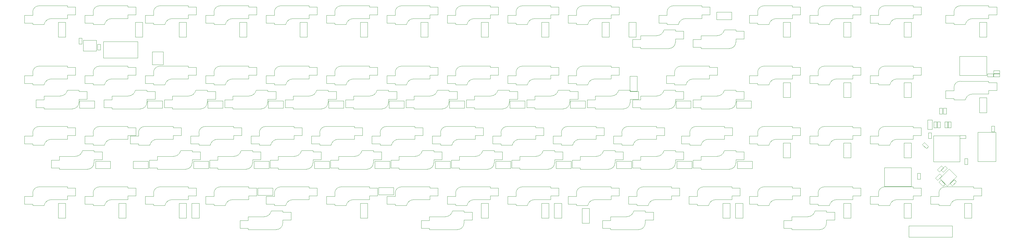
<source format=gbr>
G04 #@! TF.GenerationSoftware,KiCad,Pcbnew,8.0.4-1.fc39*
G04 #@! TF.CreationDate,2024-09-17T21:02:33-04:00*
G04 #@! TF.ProjectId,Q9-Chimera,51392d43-6869-46d6-9572-612e6b696361,rev?*
G04 #@! TF.SameCoordinates,Original*
G04 #@! TF.FileFunction,Other,User*
%FSLAX46Y46*%
G04 Gerber Fmt 4.6, Leading zero omitted, Abs format (unit mm)*
G04 Created by KiCad (PCBNEW 8.0.4-1.fc39) date 2024-09-17 21:02:33*
%MOMM*%
%LPD*%
G01*
G04 APERTURE LIST*
%ADD10C,0.050000*%
G04 APERTURE END LIST*
D10*
G04 #@! TO.C,C2*
X33869672Y-28869361D02*
X34789672Y-28869361D01*
X33869672Y-30689361D02*
X33869672Y-28869361D01*
X34789672Y-28869361D02*
X34789672Y-30689361D01*
X34789672Y-30689361D02*
X33869672Y-30689361D01*
G04 #@! TO.C,MX9*
X169114824Y-21649780D02*
X171714824Y-21649780D01*
X169114824Y-24099780D02*
X169114824Y-21649780D01*
X171714824Y-20649780D02*
X171714824Y-21649780D01*
X171714824Y-24099780D02*
X169114824Y-24099780D01*
X171714824Y-24539780D02*
X171714824Y-24099780D01*
X175305678Y-24539780D02*
X171714824Y-24539780D01*
X177600000Y-22699780D02*
X182664824Y-22699780D01*
X182664824Y-18649780D02*
X173714824Y-18649780D01*
X182664824Y-19079780D02*
X182664824Y-18649780D01*
X182664824Y-19079780D02*
X185214824Y-19079780D01*
X182664824Y-22699780D02*
X182664824Y-21529780D01*
X185214824Y-19079780D02*
X185214824Y-21529780D01*
X185214824Y-21529780D02*
X182664824Y-21529780D01*
X171714824Y-20649780D02*
G75*
G02*
X173714824Y-18649780I2000005J-5D01*
G01*
X175305678Y-24539780D02*
G75*
G02*
X177600000Y-22699780I2294320J-510409D01*
G01*
G04 #@! TO.C,D6*
X122581928Y-23843750D02*
X124881928Y-23843750D01*
X122581928Y-28543750D02*
X122581928Y-23843750D01*
X122581928Y-28543750D02*
X124881928Y-28543750D01*
X124881928Y-23843750D02*
X124881928Y-28543750D01*
G04 #@! TO.C,D56*
X160681896Y-80993750D02*
X162981896Y-80993750D01*
X160681896Y-85693750D02*
X160681896Y-80993750D01*
X160681896Y-85693750D02*
X162981896Y-85693750D01*
X162981896Y-80993750D02*
X162981896Y-85693750D01*
G04 #@! TO.C,U2*
X57037464Y-33172641D02*
X57037464Y-37272639D01*
X57037464Y-37272639D02*
X60437464Y-37272639D01*
X60437464Y-33172641D02*
X57037464Y-33172641D01*
X60437464Y-37272639D02*
X60437464Y-33172641D01*
G04 #@! TO.C,D43*
X222479512Y-67707768D02*
X227179512Y-67707768D01*
X222479512Y-70007768D02*
X222479512Y-67707768D01*
X227179512Y-70007768D02*
X222479512Y-70007768D01*
X227179512Y-70007768D02*
X227179512Y-67707768D01*
G04 #@! TO.C,MX20*
X73864824Y-40699780D02*
X76464824Y-40699780D01*
X73864824Y-43149780D02*
X73864824Y-40699780D01*
X76464824Y-39699780D02*
X76464824Y-40699780D01*
X76464824Y-43149780D02*
X73864824Y-43149780D01*
X76464824Y-43589780D02*
X76464824Y-43149780D01*
X80055678Y-43589780D02*
X76464824Y-43589780D01*
X82350000Y-41749780D02*
X87414824Y-41749780D01*
X87414824Y-37699780D02*
X78464824Y-37699780D01*
X87414824Y-38129780D02*
X87414824Y-37699780D01*
X87414824Y-38129780D02*
X89964824Y-38129780D01*
X87414824Y-41749780D02*
X87414824Y-40579780D01*
X89964824Y-38129780D02*
X89964824Y-40579780D01*
X89964824Y-40579780D02*
X87414824Y-40579780D01*
X76464824Y-39699780D02*
G75*
G02*
X78464824Y-37699780I2000005J-5D01*
G01*
X80055678Y-43589780D02*
G75*
G02*
X82350000Y-41749780I2294320J-510409D01*
G01*
G04 #@! TO.C,MX90*
X223883392Y-59749780D02*
X226483392Y-59749780D01*
X223883392Y-62199780D02*
X223883392Y-59749780D01*
X226483392Y-58749780D02*
X226483392Y-59749780D01*
X226483392Y-62199780D02*
X223883392Y-62199780D01*
X226483392Y-62639780D02*
X226483392Y-62199780D01*
X230074246Y-62639780D02*
X226483392Y-62639780D01*
X232368568Y-60799780D02*
X237433392Y-60799780D01*
X237433392Y-56749780D02*
X228483392Y-56749780D01*
X237433392Y-57179780D02*
X237433392Y-56749780D01*
X237433392Y-57179780D02*
X239983392Y-57179780D01*
X237433392Y-60799780D02*
X237433392Y-59629780D01*
X239983392Y-57179780D02*
X239983392Y-59629780D01*
X239983392Y-59629780D02*
X237433392Y-59629780D01*
X226483392Y-58749780D02*
G75*
G02*
X228483392Y-56749780I2000005J-5D01*
G01*
X230074246Y-62639780D02*
G75*
G02*
X232368568Y-60799780I2294320J-510409D01*
G01*
G04 #@! TO.C,D1*
X27332008Y-23843750D02*
X29632008Y-23843750D01*
X27332008Y-28543750D02*
X27332008Y-23843750D01*
X27332008Y-28543750D02*
X29632008Y-28543750D01*
X29632008Y-23843750D02*
X29632008Y-28543750D01*
G04 #@! TO.C,D3*
X65431976Y-23843750D02*
X67731976Y-23843750D01*
X65431976Y-28543750D02*
X65431976Y-23843750D01*
X65431976Y-28543750D02*
X67731976Y-28543750D01*
X67731976Y-23843750D02*
X67731976Y-28543750D01*
G04 #@! TO.C,D17*
X34063264Y-48657784D02*
X38763264Y-48657784D01*
X34063264Y-50957784D02*
X34063264Y-48657784D01*
X38763264Y-50957784D02*
X34063264Y-50957784D01*
X38763264Y-50957784D02*
X38763264Y-48657784D01*
G04 #@! TO.C,D11*
X207308432Y-28543750D02*
X207308432Y-23843750D01*
X209608432Y-23843750D02*
X207308432Y-23843750D01*
X209608432Y-23843750D02*
X209608432Y-28543750D01*
X209608432Y-28543750D02*
X207308432Y-28543750D01*
G04 #@! TO.C,D45*
X255931816Y-61943750D02*
X258231816Y-61943750D01*
X255931816Y-66643750D02*
X255931816Y-61943750D01*
X255931816Y-66643750D02*
X258231816Y-66643750D01*
X258231816Y-61943750D02*
X258231816Y-66643750D01*
G04 #@! TO.C,MX49*
X35764824Y-78799780D02*
X38364824Y-78799780D01*
X35764824Y-81249780D02*
X35764824Y-78799780D01*
X38364824Y-77799780D02*
X38364824Y-78799780D01*
X38364824Y-81249780D02*
X35764824Y-81249780D01*
X38364824Y-81689780D02*
X38364824Y-81249780D01*
X41955678Y-81689780D02*
X38364824Y-81689780D01*
X44250000Y-79849780D02*
X49314824Y-79849780D01*
X49314824Y-75799780D02*
X40364824Y-75799780D01*
X49314824Y-76229780D02*
X49314824Y-75799780D01*
X49314824Y-76229780D02*
X51864824Y-76229780D01*
X49314824Y-79849780D02*
X49314824Y-78679780D01*
X51864824Y-76229780D02*
X51864824Y-78679780D01*
X51864824Y-78679780D02*
X49314824Y-78679780D01*
X38364824Y-77799780D02*
G75*
G02*
X40364824Y-75799780I2000005J-5D01*
G01*
X41955678Y-81689780D02*
G75*
G02*
X44250000Y-79849780I2294320J-510409D01*
G01*
G04 #@! TO.C,MX36*
X75135176Y-67370220D02*
X77685176Y-67370220D01*
X75135176Y-69820220D02*
X75135176Y-67370220D01*
X77685176Y-66200220D02*
X77685176Y-67370220D01*
X77685176Y-69820220D02*
X75135176Y-69820220D01*
X77685176Y-69820220D02*
X77685176Y-70250220D01*
X77685176Y-70250220D02*
X86635176Y-70250220D01*
X82750000Y-66200220D02*
X77685176Y-66200220D01*
X85044322Y-64360220D02*
X88635176Y-64360220D01*
X88635176Y-64360220D02*
X88635176Y-64800220D01*
X88635176Y-64800220D02*
X91235176Y-64800220D01*
X88635176Y-68250220D02*
X88635176Y-67250220D01*
X91235176Y-64800220D02*
X91235176Y-67250220D01*
X91235176Y-67250220D02*
X88635176Y-67250220D01*
X85044322Y-64360220D02*
G75*
G02*
X82750000Y-66200220I-2294320J510409D01*
G01*
X88635176Y-68250220D02*
G75*
G02*
X86635176Y-70250220I-2000005J5D01*
G01*
G04 #@! TO.C,D64*
X294031784Y-80993750D02*
X296331784Y-80993750D01*
X294031784Y-85693750D02*
X294031784Y-80993750D01*
X294031784Y-85693750D02*
X296331784Y-85693750D01*
X296331784Y-80993750D02*
X296331784Y-85693750D01*
G04 #@! TO.C,D65*
X313081768Y-80993750D02*
X315381768Y-80993750D01*
X313081768Y-85693750D02*
X313081768Y-80993750D01*
X313081768Y-85693750D02*
X315381768Y-85693750D01*
X315381768Y-80993750D02*
X315381768Y-85693750D01*
G04 #@! TO.C,C1*
X39773420Y-30779360D02*
X40693420Y-30779360D01*
X39773420Y-32599360D02*
X39773420Y-30779360D01*
X40693420Y-30779360D02*
X40693420Y-32599360D01*
X40693420Y-32599360D02*
X39773420Y-32599360D01*
G04 #@! TO.C,MX16*
X307227324Y-21649780D02*
X309827324Y-21649780D01*
X307227324Y-24099780D02*
X307227324Y-21649780D01*
X309827324Y-20649780D02*
X309827324Y-21649780D01*
X309827324Y-24099780D02*
X307227324Y-24099780D01*
X309827324Y-24539780D02*
X309827324Y-24099780D01*
X313418178Y-24539780D02*
X309827324Y-24539780D01*
X315712500Y-22699780D02*
X320777324Y-22699780D01*
X320777324Y-18649780D02*
X311827324Y-18649780D01*
X320777324Y-19079780D02*
X320777324Y-18649780D01*
X320777324Y-19079780D02*
X323327324Y-19079780D01*
X320777324Y-22699780D02*
X320777324Y-21529780D01*
X323327324Y-19079780D02*
X323327324Y-21529780D01*
X323327324Y-21529780D02*
X320777324Y-21529780D01*
X309827324Y-20649780D02*
G75*
G02*
X311827324Y-18649780I2000005J-5D01*
G01*
X313418178Y-24539780D02*
G75*
G02*
X315712500Y-22699780I2294320J-510409D01*
G01*
G04 #@! TO.C,D27*
X222181856Y-48657784D02*
X226881856Y-48657784D01*
X222181856Y-50957784D02*
X222181856Y-48657784D01*
X226881856Y-50957784D02*
X222181856Y-50957784D01*
X226881856Y-50957784D02*
X226881856Y-48657784D01*
G04 #@! TO.C,D59*
X192574460Y-82581256D02*
X194874460Y-82581256D01*
X192574460Y-87281256D02*
X192574460Y-82581256D01*
X192574460Y-87281256D02*
X194874460Y-87281256D01*
X194874460Y-82581256D02*
X194874460Y-87281256D01*
G04 #@! TO.C,MX5*
X92914824Y-21649780D02*
X95514824Y-21649780D01*
X92914824Y-24099780D02*
X92914824Y-21649780D01*
X95514824Y-20649780D02*
X95514824Y-21649780D01*
X95514824Y-24099780D02*
X92914824Y-24099780D01*
X95514824Y-24539780D02*
X95514824Y-24099780D01*
X99105678Y-24539780D02*
X95514824Y-24539780D01*
X101400000Y-22699780D02*
X106464824Y-22699780D01*
X106464824Y-18649780D02*
X97514824Y-18649780D01*
X106464824Y-19079780D02*
X106464824Y-18649780D01*
X106464824Y-19079780D02*
X109014824Y-19079780D01*
X106464824Y-22699780D02*
X106464824Y-21529780D01*
X109014824Y-19079780D02*
X109014824Y-21529780D01*
X109014824Y-21529780D02*
X106464824Y-21529780D01*
X95514824Y-20649780D02*
G75*
G02*
X97514824Y-18649780I2000005J-5D01*
G01*
X99105678Y-24539780D02*
G75*
G02*
X101400000Y-22699780I2294320J-510409D01*
G01*
G04 #@! TO.C,R4*
X322380276Y-40104184D02*
X324240276Y-40104184D01*
X322380276Y-41044184D02*
X322380276Y-40104184D01*
X324240276Y-40104184D02*
X324240276Y-41044184D01*
X324240276Y-41044184D02*
X322380276Y-41044184D01*
G04 #@! TO.C,MX37*
X94185176Y-67370220D02*
X96735176Y-67370220D01*
X94185176Y-69820220D02*
X94185176Y-67370220D01*
X96735176Y-66200220D02*
X96735176Y-67370220D01*
X96735176Y-69820220D02*
X94185176Y-69820220D01*
X96735176Y-69820220D02*
X96735176Y-70250220D01*
X96735176Y-70250220D02*
X105685176Y-70250220D01*
X101800000Y-66200220D02*
X96735176Y-66200220D01*
X104094322Y-64360220D02*
X107685176Y-64360220D01*
X107685176Y-64360220D02*
X107685176Y-64800220D01*
X107685176Y-64800220D02*
X110285176Y-64800220D01*
X107685176Y-68250220D02*
X107685176Y-67250220D01*
X110285176Y-64800220D02*
X110285176Y-67250220D01*
X110285176Y-67250220D02*
X107685176Y-67250220D01*
X104094322Y-64360220D02*
G75*
G02*
X101800000Y-66200220I-2294320J510409D01*
G01*
X107685176Y-68250220D02*
G75*
G02*
X105685176Y-70250220I-2000005J5D01*
G01*
G04 #@! TO.C,D44*
X241529496Y-67707768D02*
X246229496Y-67707768D01*
X241529496Y-70007768D02*
X241529496Y-67707768D01*
X246229496Y-70007768D02*
X241529496Y-70007768D01*
X246229496Y-70007768D02*
X246229496Y-67707768D01*
G04 #@! TO.C,D51*
X69493750Y-80993750D02*
X71793750Y-80993750D01*
X69493750Y-85693750D02*
X69493750Y-80993750D01*
X69493750Y-85693750D02*
X71793750Y-85693750D01*
X71793750Y-80993750D02*
X71793750Y-85693750D01*
G04 #@! TO.C,D22*
X131694432Y-48657784D02*
X136394432Y-48657784D01*
X131694432Y-50957784D02*
X131694432Y-48657784D01*
X136394432Y-50957784D02*
X131694432Y-50957784D01*
X136394432Y-50957784D02*
X136394432Y-48657784D01*
G04 #@! TO.C,MX82*
X69102272Y-59749780D02*
X71702272Y-59749780D01*
X69102272Y-62199780D02*
X69102272Y-59749780D01*
X71702272Y-58749780D02*
X71702272Y-59749780D01*
X71702272Y-62199780D02*
X69102272Y-62199780D01*
X71702272Y-62639780D02*
X71702272Y-62199780D01*
X75293126Y-62639780D02*
X71702272Y-62639780D01*
X77587448Y-60799780D02*
X82652272Y-60799780D01*
X82652272Y-56749780D02*
X73702272Y-56749780D01*
X82652272Y-57179780D02*
X82652272Y-56749780D01*
X82652272Y-57179780D02*
X85202272Y-57179780D01*
X82652272Y-60799780D02*
X82652272Y-59629780D01*
X85202272Y-57179780D02*
X85202272Y-59629780D01*
X85202272Y-59629780D02*
X82652272Y-59629780D01*
X71702272Y-58749780D02*
G75*
G02*
X73702272Y-56749780I2000005J-5D01*
G01*
X75293126Y-62639780D02*
G75*
G02*
X77587448Y-60799780I2294320J-510409D01*
G01*
G04 #@! TO.C,MX44*
X227535176Y-67370220D02*
X230085176Y-67370220D01*
X227535176Y-69820220D02*
X227535176Y-67370220D01*
X230085176Y-66200220D02*
X230085176Y-67370220D01*
X230085176Y-69820220D02*
X227535176Y-69820220D01*
X230085176Y-69820220D02*
X230085176Y-70250220D01*
X230085176Y-70250220D02*
X239035176Y-70250220D01*
X235150000Y-66200220D02*
X230085176Y-66200220D01*
X237444322Y-64360220D02*
X241035176Y-64360220D01*
X241035176Y-64360220D02*
X241035176Y-64800220D01*
X241035176Y-64800220D02*
X243635176Y-64800220D01*
X241035176Y-68250220D02*
X241035176Y-67250220D01*
X243635176Y-64800220D02*
X243635176Y-67250220D01*
X243635176Y-67250220D02*
X241035176Y-67250220D01*
X237444322Y-64360220D02*
G75*
G02*
X235150000Y-66200220I-2294320J510409D01*
G01*
X241035176Y-68250220D02*
G75*
G02*
X239035176Y-70250220I-2000005J5D01*
G01*
G04 #@! TO.C,MX30*
X264364824Y-40699780D02*
X266964824Y-40699780D01*
X264364824Y-43149780D02*
X264364824Y-40699780D01*
X266964824Y-39699780D02*
X266964824Y-40699780D01*
X266964824Y-43149780D02*
X264364824Y-43149780D01*
X266964824Y-43589780D02*
X266964824Y-43149780D01*
X270555678Y-43589780D02*
X266964824Y-43589780D01*
X272850000Y-41749780D02*
X277914824Y-41749780D01*
X277914824Y-37699780D02*
X268964824Y-37699780D01*
X277914824Y-38129780D02*
X277914824Y-37699780D01*
X277914824Y-38129780D02*
X280464824Y-38129780D01*
X277914824Y-41749780D02*
X277914824Y-40579780D01*
X280464824Y-38129780D02*
X280464824Y-40579780D01*
X280464824Y-40579780D02*
X277914824Y-40579780D01*
X266964824Y-39699780D02*
G75*
G02*
X268964824Y-37699780I2000005J-5D01*
G01*
X270555678Y-43589780D02*
G75*
G02*
X272850000Y-41749780I2294320J-510409D01*
G01*
G04 #@! TO.C,MX52*
X92914824Y-78799780D02*
X95514824Y-78799780D01*
X92914824Y-81249780D02*
X92914824Y-78799780D01*
X95514824Y-77799780D02*
X95514824Y-78799780D01*
X95514824Y-81249780D02*
X92914824Y-81249780D01*
X95514824Y-81689780D02*
X95514824Y-81249780D01*
X99105678Y-81689781D02*
X95514824Y-81689780D01*
X101400001Y-79849780D02*
X106464824Y-79849780D01*
X106464824Y-75799780D02*
X97514824Y-75799780D01*
X106464824Y-76229781D02*
X106464824Y-75799780D01*
X106464824Y-76229781D02*
X109014824Y-76229780D01*
X106464824Y-79849780D02*
X106464824Y-78679780D01*
X109014824Y-76229780D02*
X109014824Y-78679780D01*
X109014824Y-78679780D02*
X106464824Y-78679780D01*
X95514824Y-77799780D02*
G75*
G02*
X97514824Y-75799780I2000004J-4D01*
G01*
X99105678Y-81689781D02*
G75*
G02*
X101400001Y-79849780I2294320J-510408D01*
G01*
G04 #@! TO.C,R8*
X305278572Y-50955112D02*
X306218572Y-50955112D01*
X305278572Y-52815112D02*
X305278572Y-50955112D01*
X306218572Y-50955112D02*
X306218572Y-52815112D01*
X306218572Y-52815112D02*
X305278572Y-52815112D01*
G04 #@! TO.C,D13*
X255931816Y-23843750D02*
X258231816Y-23843750D01*
X255931816Y-28543750D02*
X255931816Y-23843750D01*
X255931816Y-28543750D02*
X258231816Y-28543750D01*
X258231816Y-23843750D02*
X258231816Y-28543750D01*
G04 #@! TO.C,MX50*
X54814824Y-78799780D02*
X57414824Y-78799780D01*
X54814824Y-81249780D02*
X54814824Y-78799780D01*
X57414824Y-77799780D02*
X57414824Y-78799780D01*
X57414824Y-81249780D02*
X54814824Y-81249780D01*
X57414824Y-81689780D02*
X57414824Y-81249780D01*
X61005678Y-81689780D02*
X57414824Y-81689780D01*
X63300000Y-79849780D02*
X68364824Y-79849780D01*
X68364824Y-75799780D02*
X59414824Y-75799780D01*
X68364824Y-76229780D02*
X68364824Y-75799780D01*
X68364824Y-76229780D02*
X70914824Y-76229780D01*
X68364824Y-79849780D02*
X68364824Y-78679780D01*
X70914824Y-76229780D02*
X70914824Y-78679780D01*
X70914824Y-78679780D02*
X68364824Y-78679780D01*
X57414824Y-77799780D02*
G75*
G02*
X59414824Y-75799780I2000005J-5D01*
G01*
X61005678Y-81689780D02*
G75*
G02*
X63300000Y-79849780I2294320J-510409D01*
G01*
G04 #@! TO.C,D15*
X294031784Y-23843750D02*
X296331784Y-23843750D01*
X294031784Y-28543750D02*
X294031784Y-23843750D01*
X294031784Y-28543750D02*
X296331784Y-28543750D01*
X296331784Y-23843750D02*
X296331784Y-28543750D01*
G04 #@! TO.C,C10*
X308649364Y-74825166D02*
X309936298Y-73538232D01*
X309299902Y-75475704D02*
X308649364Y-74825166D01*
X309936298Y-73538232D02*
X310586836Y-74188770D01*
X310586836Y-74188770D02*
X309299902Y-75475704D01*
G04 #@! TO.C,D31*
X294031784Y-42893750D02*
X296331784Y-42893750D01*
X294031784Y-47593750D02*
X294031784Y-42893750D01*
X294031784Y-47593750D02*
X296331784Y-47593750D01*
X296331784Y-42893750D02*
X296331784Y-47593750D01*
G04 #@! TO.C,MX83*
X88152256Y-59749780D02*
X90752256Y-59749780D01*
X88152256Y-62199780D02*
X88152256Y-59749780D01*
X90752256Y-58749780D02*
X90752256Y-59749780D01*
X90752256Y-62199780D02*
X88152256Y-62199780D01*
X90752256Y-62639780D02*
X90752256Y-62199780D01*
X94343110Y-62639780D02*
X90752256Y-62639780D01*
X96637432Y-60799780D02*
X101702256Y-60799780D01*
X101702256Y-56749780D02*
X92752256Y-56749780D01*
X101702256Y-57179780D02*
X101702256Y-56749780D01*
X101702256Y-57179780D02*
X104252256Y-57179780D01*
X101702256Y-60799780D02*
X101702256Y-59629780D01*
X104252256Y-57179780D02*
X104252256Y-59629780D01*
X104252256Y-59629780D02*
X101702256Y-59629780D01*
X90752256Y-58749780D02*
G75*
G02*
X92752256Y-56749780I2000005J-5D01*
G01*
X94343110Y-62639780D02*
G75*
G02*
X96637432Y-60799780I2294320J-510409D01*
G01*
G04 #@! TO.C,MX74*
X117997584Y-48320220D02*
X120547584Y-48320220D01*
X117997584Y-50770220D02*
X117997584Y-48320220D01*
X120547584Y-47150220D02*
X120547584Y-48320220D01*
X120547584Y-50770220D02*
X117997584Y-50770220D01*
X120547584Y-50770220D02*
X120547584Y-51200220D01*
X120547584Y-51200220D02*
X129497584Y-51200220D01*
X125612408Y-47150220D02*
X120547584Y-47150220D01*
X127906730Y-45310220D02*
X131497584Y-45310220D01*
X131497584Y-45310220D02*
X131497584Y-45750220D01*
X131497584Y-45750220D02*
X134097584Y-45750220D01*
X131497584Y-49200220D02*
X131497584Y-48200220D01*
X134097584Y-45750220D02*
X134097584Y-48200220D01*
X134097584Y-48200220D02*
X131497584Y-48200220D01*
X127906730Y-45310220D02*
G75*
G02*
X125612408Y-47150220I-2294320J510409D01*
G01*
X131497584Y-49200220D02*
G75*
G02*
X129497584Y-51200220I-2000005J5D01*
G01*
G04 #@! TO.C,D41*
X184379544Y-67707768D02*
X189079544Y-67707768D01*
X184379544Y-70007768D02*
X184379544Y-67707768D01*
X189079544Y-70007768D02*
X184379544Y-70007768D01*
X189079544Y-70007768D02*
X189079544Y-67707768D01*
G04 #@! TO.C,MX47*
X283414824Y-59749780D02*
X286014824Y-59749780D01*
X283414824Y-62199780D02*
X283414824Y-59749780D01*
X286014824Y-58749780D02*
X286014824Y-59749780D01*
X286014824Y-62199780D02*
X283414824Y-62199780D01*
X286014824Y-62639780D02*
X286014824Y-62199780D01*
X289605678Y-62639780D02*
X286014824Y-62639780D01*
X291900000Y-60799780D02*
X296964824Y-60799780D01*
X296964824Y-56749780D02*
X288014824Y-56749780D01*
X296964824Y-57179780D02*
X296964824Y-56749780D01*
X296964824Y-57179780D02*
X299514824Y-57179780D01*
X296964824Y-60799780D02*
X296964824Y-59629780D01*
X299514824Y-57179780D02*
X299514824Y-59629780D01*
X299514824Y-59629780D02*
X296964824Y-59629780D01*
X286014824Y-58749780D02*
G75*
G02*
X288014824Y-56749780I2000005J-5D01*
G01*
X289605678Y-62639780D02*
G75*
G02*
X291900000Y-60799780I2294320J-510409D01*
G01*
G04 #@! TO.C,R7*
X306469196Y-50955112D02*
X307409196Y-50955112D01*
X306469196Y-52815112D02*
X306469196Y-50955112D01*
X307409196Y-50955112D02*
X307409196Y-52815112D01*
X307409196Y-52815112D02*
X306469196Y-52815112D01*
G04 #@! TO.C,D62*
X240943560Y-80993750D02*
X243243560Y-80993750D01*
X240943560Y-85693750D02*
X240943560Y-80993750D01*
X240943560Y-85693750D02*
X243243560Y-85693750D01*
X243243560Y-80993750D02*
X243243560Y-85693750D01*
G04 #@! TO.C,C7*
X311684660Y-59610652D02*
X313504660Y-59610652D01*
X311684660Y-60530652D02*
X311684660Y-59610652D01*
X313504660Y-59610652D02*
X313504660Y-60530652D01*
X313504660Y-60530652D02*
X311684660Y-60530652D01*
G04 #@! TO.C,MX73*
X98947600Y-48320220D02*
X101497600Y-48320220D01*
X98947600Y-50770220D02*
X98947600Y-48320220D01*
X101497600Y-47150220D02*
X101497600Y-48320220D01*
X101497600Y-50770220D02*
X98947600Y-50770220D01*
X101497600Y-50770220D02*
X101497600Y-51200220D01*
X101497600Y-51200220D02*
X110447600Y-51200220D01*
X106562424Y-47150220D02*
X101497600Y-47150220D01*
X108856746Y-45310220D02*
X112447600Y-45310220D01*
X112447600Y-45310220D02*
X112447600Y-45750220D01*
X112447600Y-45750220D02*
X115047600Y-45750220D01*
X112447600Y-49200220D02*
X112447600Y-48200220D01*
X115047600Y-45750220D02*
X115047600Y-48200220D01*
X115047600Y-48200220D02*
X112447600Y-48200220D01*
X108856746Y-45310220D02*
G75*
G02*
X106562424Y-47150220I-2294320J510409D01*
G01*
X112447600Y-49200220D02*
G75*
G02*
X110447600Y-51200220I-2000005J5D01*
G01*
G04 #@! TO.C,D29*
X255931816Y-42893750D02*
X258231816Y-42893750D01*
X255931816Y-47593750D02*
X255931816Y-42893750D01*
X255931816Y-47593750D02*
X258231816Y-47593750D01*
X258231816Y-42893750D02*
X258231816Y-47593750D01*
G04 #@! TO.C,MX1*
X16714824Y-21649780D02*
X19314824Y-21649780D01*
X16714824Y-24099780D02*
X16714824Y-21649780D01*
X19314824Y-20649780D02*
X19314824Y-21649780D01*
X19314824Y-24099780D02*
X16714824Y-24099780D01*
X19314824Y-24539780D02*
X19314824Y-24099780D01*
X22905678Y-24539780D02*
X19314824Y-24539780D01*
X25200000Y-22699780D02*
X30264824Y-22699780D01*
X30264824Y-18649780D02*
X21314824Y-18649780D01*
X30264824Y-19079780D02*
X30264824Y-18649780D01*
X30264824Y-19079780D02*
X32814824Y-19079780D01*
X30264824Y-22699780D02*
X30264824Y-21529780D01*
X32814824Y-19079780D02*
X32814824Y-21529780D01*
X32814824Y-21529780D02*
X30264824Y-21529780D01*
X19314824Y-20649780D02*
G75*
G02*
X21314824Y-18649780I2000005J-5D01*
G01*
X22905678Y-24539780D02*
G75*
G02*
X25200000Y-22699780I2294320J-510409D01*
G01*
G04 #@! TO.C,D19*
X74544480Y-48657784D02*
X79244480Y-48657784D01*
X74544480Y-50957784D02*
X74544480Y-48657784D01*
X79244480Y-50957784D02*
X74544480Y-50957784D01*
X79244480Y-50957784D02*
X79244480Y-48657784D01*
G04 #@! TO.C,MX65*
X302464824Y-78799780D02*
X305064824Y-78799780D01*
X302464824Y-81249780D02*
X302464824Y-78799780D01*
X305064824Y-77799780D02*
X305064824Y-78799780D01*
X305064824Y-81249780D02*
X302464824Y-81249780D01*
X305064824Y-81689780D02*
X305064824Y-81249780D01*
X308655678Y-81689780D02*
X305064824Y-81689780D01*
X310950000Y-79849780D02*
X316014824Y-79849780D01*
X316014824Y-75799780D02*
X307064824Y-75799780D01*
X316014824Y-76229780D02*
X316014824Y-75799780D01*
X316014824Y-76229780D02*
X318564824Y-76229780D01*
X316014824Y-79849780D02*
X316014824Y-78679780D01*
X318564824Y-76229780D02*
X318564824Y-78679780D01*
X318564824Y-78679780D02*
X316014824Y-78679780D01*
X305064824Y-77799780D02*
G75*
G02*
X307064824Y-75799780I2000005J-5D01*
G01*
X308655678Y-81689780D02*
G75*
G02*
X310950000Y-79849780I2294320J-510409D01*
G01*
G04 #@! TO.C,D30*
X274981800Y-42893750D02*
X277281800Y-42893750D01*
X274981800Y-47593750D02*
X274981800Y-42893750D01*
X274981800Y-47593750D02*
X277281800Y-47593750D01*
X277281800Y-42893750D02*
X277281800Y-47593750D01*
G04 #@! TO.C,C8*
X313176456Y-66899708D02*
X314096456Y-66899708D01*
X313176456Y-68719708D02*
X313176456Y-66899708D01*
X314096456Y-66899708D02*
X314096456Y-68719708D01*
X314096456Y-68719708D02*
X313176456Y-68719708D01*
G04 #@! TO.C,D12*
X234981064Y-20678120D02*
X239681064Y-20678120D01*
X234981064Y-22978120D02*
X234981064Y-20678120D01*
X239681064Y-22978120D02*
X234981064Y-22978120D01*
X239681064Y-22978120D02*
X239681064Y-20678120D01*
G04 #@! TO.C,MX84*
X107202240Y-59749780D02*
X109802240Y-59749780D01*
X107202240Y-62199780D02*
X107202240Y-59749780D01*
X109802240Y-58749780D02*
X109802240Y-59749780D01*
X109802240Y-62199780D02*
X107202240Y-62199780D01*
X109802240Y-62639780D02*
X109802240Y-62199780D01*
X113393094Y-62639780D02*
X109802240Y-62639780D01*
X115687416Y-60799780D02*
X120752240Y-60799780D01*
X120752240Y-56749780D02*
X111802240Y-56749780D01*
X120752240Y-57179780D02*
X120752240Y-56749780D01*
X120752240Y-57179780D02*
X123302240Y-57179780D01*
X120752240Y-60799780D02*
X120752240Y-59629780D01*
X123302240Y-57179780D02*
X123302240Y-59629780D01*
X123302240Y-59629780D02*
X120752240Y-59629780D01*
X109802240Y-58749780D02*
G75*
G02*
X111802240Y-56749780I2000005J-5D01*
G01*
X113393094Y-62639780D02*
G75*
G02*
X115687416Y-60799780I2294320J-510409D01*
G01*
G04 #@! TO.C,C3*
X304544432Y-55291124D02*
X305464432Y-55291124D01*
X304544432Y-57111124D02*
X304544432Y-55291124D01*
X305464432Y-55291124D02*
X305464432Y-57111124D01*
X305464432Y-57111124D02*
X304544432Y-57111124D01*
G04 #@! TO.C,D7*
X141631912Y-23843750D02*
X143931912Y-23843750D01*
X141631912Y-28543750D02*
X141631912Y-23843750D01*
X141631912Y-28543750D02*
X143931912Y-28543750D01*
X143931912Y-23843750D02*
X143931912Y-28543750D01*
G04 #@! TO.C,MX28*
X227535176Y-48320220D02*
X230085176Y-48320220D01*
X227535176Y-50770220D02*
X227535176Y-48320220D01*
X230085176Y-47150220D02*
X230085176Y-48320220D01*
X230085176Y-50770220D02*
X227535176Y-50770220D01*
X230085176Y-50770220D02*
X230085176Y-51200220D01*
X230085176Y-51200220D02*
X239035176Y-51200220D01*
X235150000Y-47150220D02*
X230085176Y-47150220D01*
X237444322Y-45310220D02*
X241035176Y-45310220D01*
X241035176Y-45310220D02*
X241035176Y-45750220D01*
X241035176Y-45750220D02*
X243635176Y-45750220D01*
X241035176Y-49200220D02*
X241035176Y-48200220D01*
X243635176Y-45750220D02*
X243635176Y-48200220D01*
X243635176Y-48200220D02*
X241035176Y-48200220D01*
X237444322Y-45310220D02*
G75*
G02*
X235150000Y-47150220I-2294320J510409D01*
G01*
X241035176Y-49200220D02*
G75*
G02*
X239035176Y-51200220I-2000005J5D01*
G01*
G04 #@! TO.C,D55*
X128420409Y-76042175D02*
X128420409Y-78342175D01*
X128420409Y-76042175D02*
X133120409Y-76042175D01*
X133120409Y-76042175D02*
X133120409Y-78342175D01*
X133120409Y-78342175D02*
X128420409Y-78342175D01*
G04 #@! TO.C,MX67*
X256109968Y-86420220D02*
X258659968Y-86420220D01*
X256109968Y-88870220D02*
X256109968Y-86420220D01*
X258659968Y-85250220D02*
X258659968Y-86420220D01*
X258659968Y-88870220D02*
X256109968Y-88870220D01*
X258659968Y-88870220D02*
X258659968Y-89300220D01*
X258659968Y-89300220D02*
X267609968Y-89300220D01*
X263724792Y-85250220D02*
X258659968Y-85250220D01*
X266019114Y-83410220D02*
X269609968Y-83410220D01*
X269609968Y-83410220D02*
X269609968Y-83850220D01*
X269609968Y-83850220D02*
X272209968Y-83850220D01*
X269609968Y-87300220D02*
X269609968Y-86300220D01*
X272209968Y-83850220D02*
X272209968Y-86300220D01*
X272209968Y-86300220D02*
X269609968Y-86300220D01*
X266019114Y-83410220D02*
G75*
G02*
X263724792Y-85250220I-2294320J510409D01*
G01*
X269609968Y-87300220D02*
G75*
G02*
X267609968Y-89300220I-2000005J5D01*
G01*
G04 #@! TO.C,MX71*
X60847632Y-48320220D02*
X63397632Y-48320220D01*
X60847632Y-50770220D02*
X60847632Y-48320220D01*
X63397632Y-47150220D02*
X63397632Y-48320220D01*
X63397632Y-50770220D02*
X60847632Y-50770220D01*
X63397632Y-50770220D02*
X63397632Y-51200220D01*
X63397632Y-51200220D02*
X72347632Y-51200220D01*
X68462456Y-47150220D02*
X63397632Y-47150220D01*
X70756778Y-45310220D02*
X74347632Y-45310220D01*
X74347632Y-45310220D02*
X74347632Y-45750220D01*
X74347632Y-45750220D02*
X76947632Y-45750220D01*
X74347632Y-49200220D02*
X74347632Y-48200220D01*
X76947632Y-45750220D02*
X76947632Y-48200220D01*
X76947632Y-48200220D02*
X74347632Y-48200220D01*
X70756778Y-45310220D02*
G75*
G02*
X68462456Y-47150220I-2294320J510409D01*
G01*
X74347632Y-49200220D02*
G75*
G02*
X72347632Y-51200220I-2000005J5D01*
G01*
G04 #@! TO.C,D38*
X127229592Y-67707768D02*
X131929592Y-67707768D01*
X127229592Y-70007768D02*
X127229592Y-67707768D01*
X131929592Y-70007768D02*
X127229592Y-70007768D01*
X131929592Y-70007768D02*
X131929592Y-67707768D01*
G04 #@! TO.C,D23*
X150744416Y-48657784D02*
X155444416Y-48657784D01*
X150744416Y-50957784D02*
X150744416Y-48657784D01*
X155444416Y-50957784D02*
X150744416Y-50957784D01*
X155444416Y-50957784D02*
X155444416Y-48657784D01*
G04 #@! TO.C,D18*
X55494496Y-48657784D02*
X60194496Y-48657784D01*
X55494496Y-50957784D02*
X55494496Y-48657784D01*
X60194496Y-50957784D02*
X55494496Y-50957784D01*
X60194496Y-50957784D02*
X60194496Y-48657784D01*
G04 #@! TO.C,R6*
X322380276Y-39062388D02*
X324240276Y-39062388D01*
X322380276Y-40002388D02*
X322380276Y-39062388D01*
X324240276Y-39062388D02*
X324240276Y-40002388D01*
X324240276Y-40002388D02*
X322380276Y-40002388D01*
G04 #@! TO.C,MX80*
X25128912Y-67370220D02*
X27678912Y-67370220D01*
X25128912Y-69820220D02*
X25128912Y-67370220D01*
X27678912Y-66200220D02*
X27678912Y-67370220D01*
X27678912Y-69820219D02*
X25128912Y-69820220D01*
X27678912Y-69820219D02*
X27678912Y-70250220D01*
X27678912Y-70250220D02*
X36628912Y-70250220D01*
X32743735Y-66200220D02*
X27678912Y-66200220D01*
X35038058Y-64360219D02*
X38628912Y-64360220D01*
X38628912Y-64360220D02*
X38628912Y-64800220D01*
X38628912Y-64800220D02*
X41228912Y-64800220D01*
X38628912Y-68250220D02*
X38628912Y-67250220D01*
X41228912Y-64800220D02*
X41228912Y-67250220D01*
X41228912Y-67250220D02*
X38628912Y-67250220D01*
X35038058Y-64360219D02*
G75*
G02*
X32743735Y-66200220I-2294320J510408D01*
G01*
X38628912Y-68250220D02*
G75*
G02*
X36628912Y-70250220I-2000005J5D01*
G01*
G04 #@! TO.C,MX19*
X54814824Y-40699780D02*
X57414824Y-40699780D01*
X54814824Y-43149780D02*
X54814824Y-40699780D01*
X57414824Y-39699780D02*
X57414824Y-40699780D01*
X57414824Y-43149780D02*
X54814824Y-43149780D01*
X57414824Y-43589780D02*
X57414824Y-43149780D01*
X61005678Y-43589780D02*
X57414824Y-43589780D01*
X63300000Y-41749780D02*
X68364824Y-41749780D01*
X68364824Y-37699780D02*
X59414824Y-37699780D01*
X68364824Y-38129780D02*
X68364824Y-37699780D01*
X68364824Y-38129780D02*
X70914824Y-38129780D01*
X68364824Y-41749780D02*
X68364824Y-40579780D01*
X70914824Y-38129780D02*
X70914824Y-40579780D01*
X70914824Y-40579780D02*
X68364824Y-40579780D01*
X57414824Y-39699780D02*
G75*
G02*
X59414824Y-37699780I2000005J-5D01*
G01*
X61005678Y-43589780D02*
G75*
G02*
X63300000Y-41749780I2294320J-510409D01*
G01*
G04 #@! TO.C,RST1*
X287850000Y-69721032D02*
X296350000Y-69721032D01*
X287850000Y-75721032D02*
X287850000Y-69721032D01*
X296350000Y-69721032D02*
X296350000Y-75721032D01*
X296350000Y-75721032D02*
X287850000Y-75721032D01*
G04 #@! TO.C,MX51*
X73864824Y-78799780D02*
X76464824Y-78799780D01*
X73864824Y-81249780D02*
X73864824Y-78799780D01*
X76464824Y-77799780D02*
X76464824Y-78799780D01*
X76464824Y-81249780D02*
X73864824Y-81249780D01*
X76464824Y-81689780D02*
X76464824Y-81249780D01*
X80055678Y-81689780D02*
X76464824Y-81689780D01*
X82350000Y-79849780D02*
X87414824Y-79849780D01*
X87414824Y-75799780D02*
X78464824Y-75799780D01*
X87414824Y-76229780D02*
X87414824Y-75799780D01*
X87414824Y-76229780D02*
X89964824Y-76229780D01*
X87414824Y-79849780D02*
X87414824Y-78679780D01*
X89964824Y-76229780D02*
X89964824Y-78679780D01*
X89964824Y-78679780D02*
X87414824Y-78679780D01*
X76464824Y-77799780D02*
G75*
G02*
X78464824Y-75799780I2000005J-5D01*
G01*
X80055678Y-81689780D02*
G75*
G02*
X82350000Y-79849780I2294320J-510409D01*
G01*
G04 #@! TO.C,U3*
X303404508Y-59661352D02*
X303404508Y-67921352D01*
X303404508Y-67921352D02*
X311664508Y-67921352D01*
X311664508Y-59661352D02*
X303404508Y-59661352D01*
X311664508Y-67921352D02*
X311664508Y-59661352D01*
G04 #@! TO.C,D21*
X112644448Y-48657784D02*
X117344448Y-48657784D01*
X112644448Y-50957784D02*
X112644448Y-48657784D01*
X117344448Y-50957784D02*
X112644448Y-50957784D01*
X117344448Y-50957784D02*
X117344448Y-48657784D01*
G04 #@! TO.C,D49*
X46381992Y-80993750D02*
X48681992Y-80993750D01*
X46381992Y-85693750D02*
X46381992Y-80993750D01*
X46381992Y-85693750D02*
X48681992Y-85693750D01*
X48681992Y-80993750D02*
X48681992Y-85693750D01*
G04 #@! TO.C,U1*
X35256233Y-29509360D02*
X35256233Y-32909360D01*
X35256233Y-32909360D02*
X39356231Y-32909360D01*
X39356231Y-29509360D02*
X35256233Y-29509360D01*
X39356231Y-32909360D02*
X39356231Y-29509360D01*
G04 #@! TO.C,MX69*
X20366416Y-48320220D02*
X22916416Y-48320220D01*
X20366416Y-50770220D02*
X20366416Y-48320220D01*
X22916416Y-47150220D02*
X22916416Y-48320220D01*
X22916416Y-50770219D02*
X20366416Y-50770220D01*
X22916416Y-50770219D02*
X22916416Y-51200220D01*
X22916416Y-51200220D02*
X31866416Y-51200220D01*
X27981239Y-47150220D02*
X22916416Y-47150220D01*
X30275562Y-45310219D02*
X33866416Y-45310220D01*
X33866416Y-45310220D02*
X33866416Y-45750220D01*
X33866416Y-45750220D02*
X36466416Y-45750220D01*
X33866416Y-49200220D02*
X33866416Y-48200220D01*
X36466416Y-45750220D02*
X36466416Y-48200220D01*
X36466416Y-48200220D02*
X33866416Y-48200220D01*
X30275562Y-45310219D02*
G75*
G02*
X27981239Y-47150220I-2294320J510408D01*
G01*
X33866416Y-49200220D02*
G75*
G02*
X31866416Y-51200220I-2000005J5D01*
G01*
G04 #@! TO.C,MX92*
X198960176Y-86420220D02*
X201510176Y-86420220D01*
X198960176Y-88870220D02*
X198960176Y-86420220D01*
X201510176Y-85250220D02*
X201510176Y-86420220D01*
X201510176Y-88870220D02*
X198960176Y-88870220D01*
X201510176Y-88870220D02*
X201510176Y-89300220D01*
X201510176Y-89300220D02*
X210460176Y-89300220D01*
X206575000Y-85250220D02*
X201510176Y-85250220D01*
X208869322Y-83410220D02*
X212460176Y-83410220D01*
X212460176Y-83410220D02*
X212460176Y-83850220D01*
X212460176Y-83850220D02*
X215060176Y-83850220D01*
X212460176Y-87300220D02*
X212460176Y-86300220D01*
X215060176Y-83850220D02*
X215060176Y-86300220D01*
X215060176Y-86300220D02*
X212460176Y-86300220D01*
X208869322Y-83410220D02*
G75*
G02*
X206575000Y-85250220I-2294320J510409D01*
G01*
X212460176Y-87300220D02*
G75*
G02*
X210460176Y-89300220I-2000005J5D01*
G01*
G04 #@! TO.C,MX35*
X56085176Y-67370220D02*
X58635176Y-67370220D01*
X56085176Y-69820220D02*
X56085176Y-67370220D01*
X58635176Y-66200220D02*
X58635176Y-67370220D01*
X58635176Y-69820220D02*
X56085176Y-69820220D01*
X58635176Y-69820220D02*
X58635176Y-70250220D01*
X58635176Y-70250220D02*
X67585176Y-70250220D01*
X63700000Y-66200220D02*
X58635176Y-66200220D01*
X65994322Y-64360220D02*
X69585176Y-64360220D01*
X69585176Y-64360220D02*
X69585176Y-64800220D01*
X69585176Y-64800220D02*
X72185176Y-64800220D01*
X69585176Y-68250220D02*
X69585176Y-67250220D01*
X72185176Y-64800220D02*
X72185176Y-67250220D01*
X72185176Y-67250220D02*
X69585176Y-67250220D01*
X65994322Y-64360220D02*
G75*
G02*
X63700000Y-66200220I-2294320J510409D01*
G01*
X69585176Y-68250220D02*
G75*
G02*
X67585176Y-70250220I-2000005J5D01*
G01*
G04 #@! TO.C,D52*
X90320248Y-76191028D02*
X90320248Y-78491028D01*
X90320248Y-76191028D02*
X95020248Y-76191028D01*
X95020248Y-76191028D02*
X95020248Y-78491028D01*
X95020248Y-78491028D02*
X90320248Y-78491028D01*
G04 #@! TO.C,MX31*
X283414824Y-40699780D02*
X286014824Y-40699780D01*
X283414824Y-43149780D02*
X283414824Y-40699780D01*
X286014824Y-39699780D02*
X286014824Y-40699780D01*
X286014824Y-43149780D02*
X283414824Y-43149780D01*
X286014824Y-43589780D02*
X286014824Y-43149780D01*
X289605678Y-43589780D02*
X286014824Y-43589780D01*
X291900000Y-41749780D02*
X296964824Y-41749780D01*
X296964824Y-37699780D02*
X288014824Y-37699780D01*
X296964824Y-38129780D02*
X296964824Y-37699780D01*
X296964824Y-38129780D02*
X299514824Y-38129780D01*
X296964824Y-41749780D02*
X296964824Y-40579780D01*
X299514824Y-38129780D02*
X299514824Y-40579780D01*
X299514824Y-40579780D02*
X296964824Y-40579780D01*
X286014824Y-39699780D02*
G75*
G02*
X288014824Y-37699780I2000005J-5D01*
G01*
X289605678Y-43589780D02*
G75*
G02*
X291900000Y-41749780I2294320J-510409D01*
G01*
G04 #@! TO.C,D4*
X84481960Y-23843750D02*
X86781960Y-23843750D01*
X84481960Y-28543750D02*
X84481960Y-23843750D01*
X84481960Y-28543750D02*
X86781960Y-28543750D01*
X86781960Y-23843750D02*
X86781960Y-28543750D01*
G04 #@! TO.C,MX10*
X188164824Y-21649780D02*
X190764824Y-21649780D01*
X188164824Y-24099780D02*
X188164824Y-21649780D01*
X190764824Y-20649780D02*
X190764824Y-21649780D01*
X190764824Y-24099780D02*
X188164824Y-24099780D01*
X190764824Y-24539780D02*
X190764824Y-24099780D01*
X194355678Y-24539780D02*
X190764824Y-24539780D01*
X196650000Y-22699780D02*
X201714824Y-22699780D01*
X201714824Y-18649780D02*
X192764824Y-18649780D01*
X201714824Y-19079780D02*
X201714824Y-18649780D01*
X201714824Y-19079780D02*
X204264824Y-19079780D01*
X201714824Y-22699780D02*
X201714824Y-21529780D01*
X204264824Y-19079780D02*
X204264824Y-21529780D01*
X204264824Y-21529780D02*
X201714824Y-21529780D01*
X190764824Y-20649780D02*
G75*
G02*
X192764824Y-18649780I2000005J-5D01*
G01*
X194355678Y-24539780D02*
G75*
G02*
X196650000Y-22699780I2294320J-510409D01*
G01*
G04 #@! TO.C,D50*
X65431976Y-80993750D02*
X67731976Y-80993750D01*
X65431976Y-85693750D02*
X65431976Y-80993750D01*
X65431976Y-85693750D02*
X67731976Y-85693750D01*
X67731976Y-80993750D02*
X67731976Y-85693750D01*
G04 #@! TO.C,MX12*
X227535176Y-29270220D02*
X230085176Y-29270220D01*
X227535176Y-31720220D02*
X227535176Y-29270220D01*
X230085176Y-28100220D02*
X230085176Y-29270220D01*
X230085176Y-31720220D02*
X227535176Y-31720220D01*
X230085176Y-31720220D02*
X230085176Y-32150220D01*
X230085176Y-32150220D02*
X239035176Y-32150220D01*
X235150000Y-28100220D02*
X230085176Y-28100220D01*
X237444322Y-26260220D02*
X241035176Y-26260220D01*
X241035176Y-26260220D02*
X241035176Y-26700220D01*
X241035176Y-26700220D02*
X243635176Y-26700220D01*
X241035176Y-30150220D02*
X241035176Y-29150220D01*
X243635176Y-26700220D02*
X243635176Y-29150220D01*
X243635176Y-29150220D02*
X241035176Y-29150220D01*
X237444322Y-26260220D02*
G75*
G02*
X235150000Y-28100220I-2294320J510409D01*
G01*
X241035176Y-30150220D02*
G75*
G02*
X239035176Y-32150220I-2000005J5D01*
G01*
G04 #@! TO.C,MX77*
X175147536Y-48320220D02*
X177697536Y-48320220D01*
X175147536Y-50770220D02*
X175147536Y-48320220D01*
X177697536Y-47150220D02*
X177697536Y-48320220D01*
X177697536Y-50770220D02*
X175147536Y-50770220D01*
X177697536Y-50770220D02*
X177697536Y-51200220D01*
X177697536Y-51200220D02*
X186647536Y-51200220D01*
X182762360Y-47150220D02*
X177697536Y-47150220D01*
X185056682Y-45310220D02*
X188647536Y-45310220D01*
X188647536Y-45310220D02*
X188647536Y-45750220D01*
X188647536Y-45750220D02*
X191247536Y-45750220D01*
X188647536Y-49200220D02*
X188647536Y-48200220D01*
X191247536Y-45750220D02*
X191247536Y-48200220D01*
X191247536Y-48200220D02*
X188647536Y-48200220D01*
X185056682Y-45310220D02*
G75*
G02*
X182762360Y-47150220I-2294320J510409D01*
G01*
X188647536Y-49200220D02*
G75*
G02*
X186647536Y-51200220I-2000005J5D01*
G01*
G04 #@! TO.C,MX23*
X131014824Y-40699780D02*
X133614824Y-40699780D01*
X131014824Y-43149780D02*
X131014824Y-40699780D01*
X133614824Y-39699780D02*
X133614824Y-40699780D01*
X133614824Y-43149780D02*
X131014824Y-43149780D01*
X133614824Y-43589780D02*
X133614824Y-43149780D01*
X137205678Y-43589780D02*
X133614824Y-43589780D01*
X139500000Y-41749780D02*
X144564824Y-41749780D01*
X144564824Y-37699780D02*
X135614824Y-37699780D01*
X144564824Y-38129780D02*
X144564824Y-37699780D01*
X144564824Y-38129780D02*
X147114824Y-38129780D01*
X144564824Y-41749780D02*
X144564824Y-40579780D01*
X147114824Y-38129780D02*
X147114824Y-40579780D01*
X147114824Y-40579780D02*
X144564824Y-40579780D01*
X133614824Y-39699780D02*
G75*
G02*
X135614824Y-37699780I2000005J-5D01*
G01*
X137205678Y-43589780D02*
G75*
G02*
X139500000Y-41749780I2294320J-510409D01*
G01*
G04 #@! TO.C,MX17*
X16714824Y-40699780D02*
X19314824Y-40699780D01*
X16714824Y-43149780D02*
X16714824Y-40699780D01*
X19314824Y-39699780D02*
X19314824Y-40699780D01*
X19314824Y-43149780D02*
X16714824Y-43149780D01*
X19314824Y-43589780D02*
X19314824Y-43149780D01*
X22905678Y-43589780D02*
X19314824Y-43589780D01*
X25200000Y-41749780D02*
X30264824Y-41749780D01*
X30264824Y-37699780D02*
X21314824Y-37699780D01*
X30264824Y-38129780D02*
X30264824Y-37699780D01*
X30264824Y-38129780D02*
X32814824Y-38129780D01*
X30264824Y-41749780D02*
X30264824Y-40579780D01*
X32814824Y-38129780D02*
X32814824Y-40579780D01*
X32814824Y-40579780D02*
X30264824Y-40579780D01*
X19314824Y-39699780D02*
G75*
G02*
X21314824Y-37699780I2000005J-5D01*
G01*
X22905678Y-43589780D02*
G75*
G02*
X25200000Y-41749780I2294320J-510409D01*
G01*
G04 #@! TO.C,J1*
X41596064Y-29934360D02*
X41596064Y-35134360D01*
X41596064Y-35134360D02*
X52396064Y-35134360D01*
X52396064Y-29934360D02*
X41596064Y-29934360D01*
X52396064Y-35134360D02*
X52396064Y-29934360D01*
G04 #@! TO.C,MX24*
X150064824Y-40699780D02*
X152664824Y-40699780D01*
X150064824Y-43149780D02*
X150064824Y-40699780D01*
X152664824Y-39699780D02*
X152664824Y-40699780D01*
X152664824Y-43149780D02*
X150064824Y-43149780D01*
X152664824Y-43589780D02*
X152664824Y-43149780D01*
X156255678Y-43589780D02*
X152664824Y-43589780D01*
X158550000Y-41749780D02*
X163614824Y-41749780D01*
X163614824Y-37699780D02*
X154664824Y-37699780D01*
X163614824Y-38129780D02*
X163614824Y-37699780D01*
X163614824Y-38129780D02*
X166164824Y-38129780D01*
X163614824Y-41749780D02*
X163614824Y-40579780D01*
X166164824Y-38129780D02*
X166164824Y-40579780D01*
X166164824Y-40579780D02*
X163614824Y-40579780D01*
X152664824Y-39699780D02*
G75*
G02*
X154664824Y-37699780I2000005J-5D01*
G01*
X156255678Y-43589780D02*
G75*
G02*
X158550000Y-41749780I2294320J-510409D01*
G01*
G04 #@! TO.C,D61*
X236881832Y-80993750D02*
X239181832Y-80993750D01*
X236881832Y-85693750D02*
X236881832Y-80993750D01*
X236881832Y-85693750D02*
X239181832Y-85693750D01*
X239181832Y-80993750D02*
X239181832Y-85693750D01*
G04 #@! TO.C,D35*
X70079640Y-67707768D02*
X74779640Y-67707768D01*
X70079640Y-70007768D02*
X70079640Y-67707768D01*
X74779640Y-70007768D02*
X70079640Y-70007768D01*
X74779640Y-70007768D02*
X74779640Y-67707768D01*
G04 #@! TO.C,MX75*
X137047568Y-48320220D02*
X139597568Y-48320220D01*
X137047568Y-50770220D02*
X137047568Y-48320220D01*
X139597568Y-47150220D02*
X139597568Y-48320220D01*
X139597568Y-50770220D02*
X137047568Y-50770220D01*
X139597568Y-50770220D02*
X139597568Y-51200220D01*
X139597568Y-51200220D02*
X148547568Y-51200220D01*
X144662392Y-47150220D02*
X139597568Y-47150220D01*
X146956714Y-45310220D02*
X150547568Y-45310220D01*
X150547568Y-45310220D02*
X150547568Y-45750220D01*
X150547568Y-45750220D02*
X153147568Y-45750220D01*
X150547568Y-49200220D02*
X150547568Y-48200220D01*
X153147568Y-45750220D02*
X153147568Y-48200220D01*
X153147568Y-48200220D02*
X150547568Y-48200220D01*
X146956714Y-45310220D02*
G75*
G02*
X144662392Y-47150220I-2294320J510409D01*
G01*
X150547568Y-49200220D02*
G75*
G02*
X148547568Y-51200220I-2000005J5D01*
G01*
G04 #@! TO.C,C13*
X305764790Y-70553665D02*
X307051724Y-69266731D01*
X306415328Y-71204203D02*
X305764790Y-70553665D01*
X307051724Y-69266731D02*
X307702262Y-69917269D01*
X307702262Y-69917269D02*
X306415328Y-71204203D01*
G04 #@! TO.C,MX81*
X50052288Y-59749780D02*
X52652288Y-59749780D01*
X50052288Y-62199780D02*
X50052288Y-59749780D01*
X52652288Y-58749780D02*
X52652288Y-59749780D01*
X52652288Y-62199780D02*
X50052288Y-62199780D01*
X52652288Y-62639780D02*
X52652288Y-62199780D01*
X56243142Y-62639780D02*
X52652288Y-62639780D01*
X58537464Y-60799780D02*
X63602288Y-60799780D01*
X63602288Y-56749780D02*
X54652288Y-56749780D01*
X63602288Y-57179780D02*
X63602288Y-56749780D01*
X63602288Y-57179780D02*
X66152288Y-57179780D01*
X63602288Y-60799780D02*
X63602288Y-59629780D01*
X66152288Y-57179780D02*
X66152288Y-59629780D01*
X66152288Y-59629780D02*
X63602288Y-59629780D01*
X52652288Y-58749780D02*
G75*
G02*
X54652288Y-56749780I2000005J-5D01*
G01*
X56243142Y-62639780D02*
G75*
G02*
X58537464Y-60799780I2294320J-510409D01*
G01*
G04 #@! TO.C,MX85*
X126252224Y-59749780D02*
X128852224Y-59749780D01*
X126252224Y-62199780D02*
X126252224Y-59749780D01*
X128852224Y-58749780D02*
X128852224Y-59749780D01*
X128852224Y-62199780D02*
X126252224Y-62199780D01*
X128852224Y-62639780D02*
X128852224Y-62199780D01*
X132443078Y-62639780D02*
X128852224Y-62639780D01*
X134737400Y-60799780D02*
X139802224Y-60799780D01*
X139802224Y-56749780D02*
X130852224Y-56749780D01*
X139802224Y-57179780D02*
X139802224Y-56749780D01*
X139802224Y-57179780D02*
X142352224Y-57179780D01*
X139802224Y-60799780D02*
X139802224Y-59629780D01*
X142352224Y-57179780D02*
X142352224Y-59629780D01*
X142352224Y-59629780D02*
X139802224Y-59629780D01*
X128852224Y-58749780D02*
G75*
G02*
X130852224Y-56749780I2000005J-5D01*
G01*
X132443078Y-62639780D02*
G75*
G02*
X134737400Y-60799780I2294320J-510409D01*
G01*
G04 #@! TO.C,D32*
X317844264Y-47656250D02*
X320144264Y-47656250D01*
X317844264Y-52356250D02*
X317844264Y-47656250D01*
X317844264Y-52356250D02*
X320144264Y-52356250D01*
X320144264Y-47656250D02*
X320144264Y-52356250D01*
G04 #@! TO.C,MX27*
X208485176Y-48320220D02*
X211035176Y-48320220D01*
X208485176Y-50770220D02*
X208485176Y-48320220D01*
X211035176Y-47150220D02*
X211035176Y-48320220D01*
X211035176Y-50770220D02*
X208485176Y-50770220D01*
X211035176Y-50770220D02*
X211035176Y-51200220D01*
X211035176Y-51200220D02*
X219985176Y-51200220D01*
X216100000Y-47150220D02*
X211035176Y-47150220D01*
X218394322Y-45310220D02*
X221985176Y-45310220D01*
X221985176Y-45310220D02*
X221985176Y-45750220D01*
X221985176Y-45750220D02*
X224585176Y-45750220D01*
X221985176Y-49200220D02*
X221985176Y-48200220D01*
X224585176Y-45750220D02*
X224585176Y-48200220D01*
X224585176Y-48200220D02*
X221985176Y-48200220D01*
X218394322Y-45310220D02*
G75*
G02*
X216100000Y-47150220I-2294320J510409D01*
G01*
X221985176Y-49200220D02*
G75*
G02*
X219985176Y-51200220I-2000005J5D01*
G01*
G04 #@! TO.C,MX26*
X188164824Y-40699780D02*
X190764824Y-40699780D01*
X188164824Y-43149780D02*
X188164824Y-40699780D01*
X190764824Y-39699780D02*
X190764824Y-40699780D01*
X190764824Y-43149780D02*
X188164824Y-43149780D01*
X190764824Y-43589780D02*
X190764824Y-43149780D01*
X194355678Y-43589780D02*
X190764824Y-43589780D01*
X196650000Y-41749780D02*
X201714824Y-41749780D01*
X201714824Y-37699780D02*
X192764824Y-37699780D01*
X201714824Y-38129780D02*
X201714824Y-37699780D01*
X201714824Y-38129780D02*
X204264824Y-38129780D01*
X201714824Y-41749780D02*
X201714824Y-40579780D01*
X204264824Y-38129780D02*
X204264824Y-40579780D01*
X204264824Y-40579780D02*
X201714824Y-40579780D01*
X190764824Y-39699780D02*
G75*
G02*
X192764824Y-37699780I2000005J-5D01*
G01*
X194355678Y-43589780D02*
G75*
G02*
X196650000Y-41749780I2294320J-510409D01*
G01*
G04 #@! TO.C,D48*
X27332008Y-80993750D02*
X29632008Y-80993750D01*
X27332008Y-85693750D02*
X27332008Y-80993750D01*
X27332008Y-85693750D02*
X29632008Y-85693750D01*
X29632008Y-80993750D02*
X29632008Y-85693750D01*
G04 #@! TO.C,D26*
X207606088Y-45609352D02*
X207606088Y-40909352D01*
X209906088Y-40909352D02*
X207606088Y-40909352D01*
X209906088Y-40909352D02*
X209906088Y-45609352D01*
X209906088Y-45609352D02*
X207606088Y-45609352D01*
G04 #@! TO.C,MX13*
X245314824Y-21649780D02*
X247914824Y-21649780D01*
X245314824Y-24099780D02*
X245314824Y-21649780D01*
X247914824Y-20649780D02*
X247914824Y-21649780D01*
X247914824Y-24099780D02*
X245314824Y-24099780D01*
X247914824Y-24539780D02*
X247914824Y-24099780D01*
X251505678Y-24539780D02*
X247914824Y-24539780D01*
X253800000Y-22699780D02*
X258864824Y-22699780D01*
X258864824Y-18649780D02*
X249914824Y-18649780D01*
X258864824Y-19079780D02*
X258864824Y-18649780D01*
X258864824Y-19079780D02*
X261414824Y-19079780D01*
X258864824Y-22699780D02*
X258864824Y-21529780D01*
X261414824Y-19079780D02*
X261414824Y-21529780D01*
X261414824Y-21529780D02*
X258864824Y-21529780D01*
X247914824Y-20649780D02*
G75*
G02*
X249914824Y-18649780I2000005J-5D01*
G01*
X251505678Y-24539780D02*
G75*
G02*
X253800000Y-22699780I2294320J-510409D01*
G01*
G04 #@! TO.C,C5*
X301490072Y-54721124D02*
X302950072Y-54721124D01*
X301490072Y-57681124D02*
X301490072Y-54721124D01*
X302950072Y-54721124D02*
X302950072Y-57681124D01*
X302950072Y-57681124D02*
X301490072Y-57681124D01*
G04 #@! TO.C,D39*
X146279576Y-67707768D02*
X150979576Y-67707768D01*
X146279576Y-70007768D02*
X146279576Y-67707768D01*
X150979576Y-70007768D02*
X146279576Y-70007768D01*
X150979576Y-70007768D02*
X150979576Y-67707768D01*
G04 #@! TO.C,Y1*
X305293986Y-73152703D02*
X307698149Y-75556866D01*
X307698149Y-75556866D02*
X310667998Y-72587017D01*
X308263835Y-70182854D02*
X305293986Y-73152703D01*
X310667998Y-72587017D02*
X308263835Y-70182854D01*
G04 #@! TO.C,C16*
X307967476Y-55291124D02*
X308887476Y-55291124D01*
X307967476Y-57111124D02*
X307967476Y-55291124D01*
X308887476Y-55291124D02*
X308887476Y-57111124D01*
X308887476Y-57111124D02*
X307967476Y-57111124D01*
G04 #@! TO.C,MX62*
X245314824Y-78799780D02*
X247914824Y-78799780D01*
X245314824Y-81249780D02*
X245314824Y-78799780D01*
X247914824Y-77799780D02*
X247914824Y-78799780D01*
X247914824Y-81249780D02*
X245314824Y-81249780D01*
X247914824Y-81689780D02*
X247914824Y-81249780D01*
X251505678Y-81689780D02*
X247914824Y-81689780D01*
X253800000Y-79849780D02*
X258864824Y-79849780D01*
X258864824Y-75799780D02*
X249914824Y-75799780D01*
X258864824Y-76229780D02*
X258864824Y-75799780D01*
X258864824Y-76229780D02*
X261414824Y-76229780D01*
X258864824Y-79849780D02*
X258864824Y-78679780D01*
X261414824Y-76229780D02*
X261414824Y-78679780D01*
X261414824Y-78679780D02*
X258864824Y-78679780D01*
X247914824Y-77799780D02*
G75*
G02*
X249914824Y-75799780I2000005J-5D01*
G01*
X251505678Y-81689780D02*
G75*
G02*
X253800000Y-79849780I2294320J-510409D01*
G01*
G04 #@! TO.C,MX78*
X194197520Y-48320220D02*
X196747520Y-48320220D01*
X194197520Y-50770220D02*
X194197520Y-48320220D01*
X196747520Y-47150220D02*
X196747520Y-48320220D01*
X196747520Y-50770220D02*
X194197520Y-50770220D01*
X196747520Y-50770220D02*
X196747520Y-51200220D01*
X196747520Y-51200220D02*
X205697520Y-51200220D01*
X201812344Y-47150220D02*
X196747520Y-47150220D01*
X204106666Y-45310220D02*
X207697520Y-45310220D01*
X207697520Y-45310220D02*
X207697520Y-45750220D01*
X207697520Y-45750220D02*
X210297520Y-45750220D01*
X207697520Y-49200220D02*
X207697520Y-48200220D01*
X210297520Y-45750220D02*
X210297520Y-48200220D01*
X210297520Y-48200220D02*
X207697520Y-48200220D01*
X204106666Y-45310220D02*
G75*
G02*
X201812344Y-47150220I-2294320J510409D01*
G01*
X207697520Y-49200220D02*
G75*
G02*
X205697520Y-51200220I-2000005J5D01*
G01*
G04 #@! TO.C,MX4*
X73864824Y-21649780D02*
X76464824Y-21649780D01*
X73864824Y-24099780D02*
X73864824Y-21649780D01*
X76464824Y-20649780D02*
X76464824Y-21649780D01*
X76464824Y-24099780D02*
X73864824Y-24099780D01*
X76464824Y-24539780D02*
X76464824Y-24099780D01*
X80055678Y-24539780D02*
X76464824Y-24539780D01*
X82350000Y-22699780D02*
X87414824Y-22699780D01*
X87414824Y-18649780D02*
X78464824Y-18649780D01*
X87414824Y-19079780D02*
X87414824Y-18649780D01*
X87414824Y-19079780D02*
X89964824Y-19079780D01*
X87414824Y-22699780D02*
X87414824Y-21529780D01*
X89964824Y-19079780D02*
X89964824Y-21529780D01*
X89964824Y-21529780D02*
X87414824Y-21529780D01*
X76464824Y-20649780D02*
G75*
G02*
X78464824Y-18649780I2000005J-5D01*
G01*
X80055678Y-24539780D02*
G75*
G02*
X82350000Y-22699780I2294320J-510409D01*
G01*
G04 #@! TO.C,MX61*
X226264824Y-78799780D02*
X228864824Y-78799780D01*
X226264824Y-81249780D02*
X226264824Y-78799780D01*
X228864824Y-77799780D02*
X228864824Y-78799780D01*
X228864824Y-81249780D02*
X226264824Y-81249780D01*
X228864824Y-81689780D02*
X228864824Y-81249780D01*
X232455678Y-81689780D02*
X228864824Y-81689780D01*
X234750000Y-79849780D02*
X239814824Y-79849780D01*
X239814824Y-75799780D02*
X230864824Y-75799780D01*
X239814824Y-76229780D02*
X239814824Y-75799780D01*
X239814824Y-76229780D02*
X242364824Y-76229780D01*
X239814824Y-79849780D02*
X239814824Y-78679780D01*
X242364824Y-76229780D02*
X242364824Y-78679780D01*
X242364824Y-78679780D02*
X239814824Y-78679780D01*
X228864824Y-77799780D02*
G75*
G02*
X230864824Y-75799780I2000005J-5D01*
G01*
X232455678Y-81689780D02*
G75*
G02*
X234750000Y-79849780I2294320J-510409D01*
G01*
G04 #@! TO.C,D9*
X179731880Y-23843750D02*
X182031880Y-23843750D01*
X179731880Y-28543750D02*
X179731880Y-23843750D01*
X179731880Y-28543750D02*
X182031880Y-28543750D01*
X182031880Y-23843750D02*
X182031880Y-28543750D01*
G04 #@! TO.C,MX41*
X170385176Y-67370220D02*
X172935176Y-67370220D01*
X170385176Y-69820220D02*
X170385176Y-67370220D01*
X172935176Y-66200220D02*
X172935176Y-67370220D01*
X172935176Y-69820220D02*
X170385176Y-69820220D01*
X172935176Y-69820220D02*
X172935176Y-70250220D01*
X172935176Y-70250220D02*
X181885176Y-70250220D01*
X178000000Y-66200220D02*
X172935176Y-66200220D01*
X180294322Y-64360220D02*
X183885176Y-64360220D01*
X183885176Y-64360220D02*
X183885176Y-64800220D01*
X183885176Y-64800220D02*
X186485176Y-64800220D01*
X183885176Y-68250220D02*
X183885176Y-67250220D01*
X186485176Y-64800220D02*
X186485176Y-67250220D01*
X186485176Y-67250220D02*
X183885176Y-67250220D01*
X180294322Y-64360220D02*
G75*
G02*
X178000000Y-66200220I-2294320J510409D01*
G01*
X183885176Y-68250220D02*
G75*
G02*
X181885176Y-70250220I-2000005J5D01*
G01*
G04 #@! TO.C,MX15*
X283414824Y-21649780D02*
X286014824Y-21649780D01*
X283414824Y-24099780D02*
X283414824Y-21649780D01*
X286014824Y-20649780D02*
X286014824Y-21649780D01*
X286014824Y-24099780D02*
X283414824Y-24099780D01*
X286014824Y-24539780D02*
X286014824Y-24099780D01*
X289605678Y-24539780D02*
X286014824Y-24539780D01*
X291900000Y-22699780D02*
X296964824Y-22699780D01*
X296964824Y-18649780D02*
X288014824Y-18649780D01*
X296964824Y-19079780D02*
X296964824Y-18649780D01*
X296964824Y-19079780D02*
X299514824Y-19079780D01*
X296964824Y-22699780D02*
X296964824Y-21529780D01*
X299514824Y-19079780D02*
X299514824Y-21529780D01*
X299514824Y-21529780D02*
X296964824Y-21529780D01*
X286014824Y-20649780D02*
G75*
G02*
X288014824Y-18649780I2000005J-5D01*
G01*
X289605678Y-24539780D02*
G75*
G02*
X291900000Y-22699780I2294320J-510409D01*
G01*
G04 #@! TO.C,C11*
X321659652Y-56630576D02*
X322579652Y-56630576D01*
X321659652Y-58450576D02*
X321659652Y-56630576D01*
X322579652Y-56630576D02*
X322579652Y-58450576D01*
X322579652Y-58450576D02*
X321659652Y-58450576D01*
G04 #@! TO.C,MX57*
X169114824Y-78799780D02*
X171714824Y-78799780D01*
X169114824Y-81249780D02*
X169114824Y-78799780D01*
X171714824Y-77799780D02*
X171714824Y-78799780D01*
X171714824Y-81249780D02*
X169114824Y-81249780D01*
X171714824Y-81689780D02*
X171714824Y-81249780D01*
X175305678Y-81689780D02*
X171714824Y-81689780D01*
X177600000Y-79849780D02*
X182664824Y-79849780D01*
X182664824Y-75799780D02*
X173714824Y-75799780D01*
X182664824Y-76229780D02*
X182664824Y-75799780D01*
X182664824Y-76229780D02*
X185214824Y-76229780D01*
X182664824Y-79849780D02*
X182664824Y-78679780D01*
X185214824Y-76229780D02*
X185214824Y-78679780D01*
X185214824Y-78679780D02*
X182664824Y-78679780D01*
X171714824Y-77799780D02*
G75*
G02*
X173714824Y-75799780I2000005J-5D01*
G01*
X175305678Y-81689780D02*
G75*
G02*
X177600000Y-79849780I2294320J-510409D01*
G01*
G04 #@! TO.C,D58*
X183793750Y-80993750D02*
X186093750Y-80993750D01*
X183793750Y-85693750D02*
X183793750Y-80993750D01*
X183793750Y-85693750D02*
X186093750Y-85693750D01*
X186093750Y-80993750D02*
X186093750Y-85693750D01*
G04 #@! TO.C,MX39*
X132285176Y-67370220D02*
X134835176Y-67370220D01*
X132285176Y-69820220D02*
X132285176Y-67370220D01*
X134835176Y-66200220D02*
X134835176Y-67370220D01*
X134835176Y-69820220D02*
X132285176Y-69820220D01*
X134835176Y-69820220D02*
X134835176Y-70250220D01*
X134835176Y-70250220D02*
X143785176Y-70250220D01*
X139900000Y-66200220D02*
X134835176Y-66200220D01*
X142194322Y-64360220D02*
X145785176Y-64360220D01*
X145785176Y-64360220D02*
X145785176Y-64800220D01*
X145785176Y-64800220D02*
X148385176Y-64800220D01*
X145785176Y-68250220D02*
X145785176Y-67250220D01*
X148385176Y-64800220D02*
X148385176Y-67250220D01*
X148385176Y-67250220D02*
X145785176Y-67250220D01*
X142194322Y-64360220D02*
G75*
G02*
X139900000Y-66200220I-2294320J510409D01*
G01*
X145785176Y-68250220D02*
G75*
G02*
X143785176Y-70250220I-2000005J5D01*
G01*
G04 #@! TO.C,MX68*
X216739648Y-21649772D02*
X219339648Y-21649772D01*
X216739648Y-24099772D02*
X216739648Y-21649772D01*
X219339648Y-20649772D02*
X219339648Y-21649772D01*
X219339648Y-24099772D02*
X216739648Y-24099772D01*
X219339648Y-24539772D02*
X219339648Y-24099772D01*
X222930502Y-24539772D02*
X219339648Y-24539772D01*
X225224824Y-22699772D02*
X230289648Y-22699772D01*
X230289648Y-18649772D02*
X221339648Y-18649772D01*
X230289648Y-19079772D02*
X230289648Y-18649772D01*
X230289648Y-19079772D02*
X232839648Y-19079772D01*
X230289648Y-22699772D02*
X230289648Y-21529772D01*
X232839648Y-19079772D02*
X232839648Y-21529772D01*
X232839648Y-21529772D02*
X230289648Y-21529772D01*
X219339648Y-20649772D02*
G75*
G02*
X221339648Y-18649772I2000005J-5D01*
G01*
X222930502Y-24539772D02*
G75*
G02*
X225224824Y-22699772I2294320J-510409D01*
G01*
G04 #@! TO.C,MX66*
X141810176Y-86420220D02*
X144360176Y-86420220D01*
X141810176Y-88870220D02*
X141810176Y-86420220D01*
X144360176Y-85250220D02*
X144360176Y-86420220D01*
X144360176Y-88870220D02*
X141810176Y-88870220D01*
X144360176Y-88870220D02*
X144360176Y-89300220D01*
X144360176Y-89300220D02*
X153310176Y-89300220D01*
X149425000Y-85250220D02*
X144360176Y-85250220D01*
X151719322Y-83410220D02*
X155310176Y-83410220D01*
X155310176Y-83410220D02*
X155310176Y-83850220D01*
X155310176Y-83850220D02*
X157910176Y-83850220D01*
X155310176Y-87300220D02*
X155310176Y-86300220D01*
X157910176Y-83850220D02*
X157910176Y-86300220D01*
X157910176Y-86300220D02*
X155310176Y-86300220D01*
X151719322Y-83410220D02*
G75*
G02*
X149425000Y-85250220I-2294320J510409D01*
G01*
X155310176Y-87300220D02*
G75*
G02*
X153310176Y-89300220I-2000005J5D01*
G01*
G04 #@! TO.C,D37*
X108179608Y-67707768D02*
X112879608Y-67707768D01*
X108179608Y-70007768D02*
X108179608Y-67707768D01*
X112879608Y-70007768D02*
X108179608Y-70007768D01*
X112879608Y-70007768D02*
X112879608Y-67707768D01*
G04 #@! TO.C,D40*
X165329560Y-67707768D02*
X170029560Y-67707768D01*
X165329560Y-70007768D02*
X165329560Y-67707768D01*
X170029560Y-70007768D02*
X165329560Y-70007768D01*
X170029560Y-70007768D02*
X170029560Y-67707768D01*
G04 #@! TO.C,MX14*
X264364824Y-21649780D02*
X266964824Y-21649780D01*
X264364824Y-24099780D02*
X264364824Y-21649780D01*
X266964824Y-20649780D02*
X266964824Y-21649780D01*
X266964824Y-24099780D02*
X264364824Y-24099780D01*
X266964824Y-24539780D02*
X266964824Y-24099780D01*
X270555678Y-24539780D02*
X266964824Y-24539780D01*
X272850000Y-22699780D02*
X277914824Y-22699780D01*
X277914824Y-18649780D02*
X268964824Y-18649780D01*
X277914824Y-19079780D02*
X277914824Y-18649780D01*
X277914824Y-19079780D02*
X280464824Y-19079780D01*
X277914824Y-22699780D02*
X277914824Y-21529780D01*
X280464824Y-19079780D02*
X280464824Y-21529780D01*
X280464824Y-21529780D02*
X277914824Y-21529780D01*
X266964824Y-20649780D02*
G75*
G02*
X268964824Y-18649780I2000005J-5D01*
G01*
X270555678Y-24539780D02*
G75*
G02*
X272850000Y-22699780I2294320J-510409D01*
G01*
G04 #@! TO.C,R3*
X320445512Y-40104184D02*
X322305512Y-40104184D01*
X320445512Y-41044184D02*
X320445512Y-40104184D01*
X322305512Y-40104184D02*
X322305512Y-41044184D01*
X322305512Y-41044184D02*
X320445512Y-41044184D01*
G04 #@! TO.C,MX88*
X183402176Y-59749780D02*
X186002176Y-59749780D01*
X183402176Y-62199780D02*
X183402176Y-59749780D01*
X186002176Y-58749780D02*
X186002176Y-59749780D01*
X186002176Y-62199780D02*
X183402176Y-62199780D01*
X186002176Y-62639780D02*
X186002176Y-62199780D01*
X189593030Y-62639780D02*
X186002176Y-62639780D01*
X191887352Y-60799780D02*
X196952176Y-60799780D01*
X196952176Y-56749780D02*
X188002176Y-56749780D01*
X196952176Y-57179780D02*
X196952176Y-56749780D01*
X196952176Y-57179780D02*
X199502176Y-57179780D01*
X196952176Y-60799780D02*
X196952176Y-59629780D01*
X199502176Y-57179780D02*
X199502176Y-59629780D01*
X199502176Y-59629780D02*
X196952176Y-59629780D01*
X186002176Y-58749780D02*
G75*
G02*
X188002176Y-56749780I2000005J-5D01*
G01*
X189593030Y-62639780D02*
G75*
G02*
X191887352Y-60799780I2294320J-510409D01*
G01*
G04 #@! TO.C,MX40*
X151335176Y-67370220D02*
X153885176Y-67370220D01*
X151335176Y-69820220D02*
X151335176Y-67370220D01*
X153885176Y-66200220D02*
X153885176Y-67370220D01*
X153885176Y-69820220D02*
X151335176Y-69820220D01*
X153885176Y-69820220D02*
X153885176Y-70250220D01*
X153885176Y-70250220D02*
X162835176Y-70250220D01*
X158950000Y-66200220D02*
X153885176Y-66200220D01*
X161244322Y-64360220D02*
X164835176Y-64360220D01*
X164835176Y-64360220D02*
X164835176Y-64800220D01*
X164835176Y-64800220D02*
X167435176Y-64800220D01*
X164835176Y-68250220D02*
X164835176Y-67250220D01*
X167435176Y-64800220D02*
X167435176Y-67250220D01*
X167435176Y-67250220D02*
X164835176Y-67250220D01*
X161244322Y-64360220D02*
G75*
G02*
X158950000Y-66200220I-2294320J510409D01*
G01*
X164835176Y-68250220D02*
G75*
G02*
X162835176Y-70250220I-2000005J5D01*
G01*
G04 #@! TO.C,MX11*
X208485176Y-29270220D02*
X211035176Y-29270220D01*
X208485176Y-31720220D02*
X208485176Y-29270220D01*
X211035176Y-28100220D02*
X211035176Y-29270220D01*
X211035176Y-31720220D02*
X208485176Y-31720220D01*
X211035176Y-31720220D02*
X211035176Y-32150220D01*
X211035176Y-32150220D02*
X219985176Y-32150220D01*
X216100000Y-28100220D02*
X211035176Y-28100220D01*
X218394322Y-26260220D02*
X221985176Y-26260220D01*
X221985176Y-26260220D02*
X221985176Y-26700220D01*
X221985176Y-26700220D02*
X224585176Y-26700220D01*
X221985176Y-30150220D02*
X221985176Y-29150220D01*
X224585176Y-26700220D02*
X224585176Y-29150220D01*
X224585176Y-29150220D02*
X221985176Y-29150220D01*
X218394322Y-26260220D02*
G75*
G02*
X216100000Y-28100220I-2294320J510409D01*
G01*
X221985176Y-30150220D02*
G75*
G02*
X219985176Y-32150220I-2000005J5D01*
G01*
G04 #@! TO.C,MX89*
X202452160Y-59749780D02*
X205052160Y-59749780D01*
X202452160Y-62199780D02*
X202452160Y-59749780D01*
X205052160Y-58749780D02*
X205052160Y-59749780D01*
X205052160Y-62199780D02*
X202452160Y-62199780D01*
X205052160Y-62639780D02*
X205052160Y-62199780D01*
X208643014Y-62639780D02*
X205052160Y-62639780D01*
X210937336Y-60799780D02*
X216002160Y-60799780D01*
X216002160Y-56749780D02*
X207052160Y-56749780D01*
X216002160Y-57179780D02*
X216002160Y-56749780D01*
X216002160Y-57179780D02*
X218552160Y-57179780D01*
X216002160Y-60799780D02*
X216002160Y-59629780D01*
X218552160Y-57179780D02*
X218552160Y-59629780D01*
X218552160Y-59629780D02*
X216002160Y-59629780D01*
X205052160Y-58749780D02*
G75*
G02*
X207052160Y-56749780I2000005J-5D01*
G01*
X208643014Y-62639780D02*
G75*
G02*
X210937336Y-60799780I2294320J-510409D01*
G01*
G04 #@! TO.C,U4*
X317324888Y-58546040D02*
X317324888Y-67846040D01*
X317324888Y-67846040D02*
X323044888Y-67846040D01*
X323044888Y-58546040D02*
X317324888Y-58546040D01*
X323044888Y-67846040D02*
X323044888Y-58546040D01*
G04 #@! TO.C,MX48*
X16714824Y-78799780D02*
X19314824Y-78799780D01*
X16714824Y-81249780D02*
X16714824Y-78799780D01*
X19314824Y-77799780D02*
X19314824Y-78799780D01*
X19314824Y-81249780D02*
X16714824Y-81249780D01*
X19314824Y-81689780D02*
X19314824Y-81249780D01*
X22905678Y-81689780D02*
X19314824Y-81689780D01*
X25200000Y-79849780D02*
X30264824Y-79849780D01*
X30264824Y-75799780D02*
X21314824Y-75799780D01*
X30264824Y-76229780D02*
X30264824Y-75799780D01*
X30264824Y-76229780D02*
X32814824Y-76229780D01*
X30264824Y-79849780D02*
X30264824Y-78679780D01*
X32814824Y-76229780D02*
X32814824Y-78679780D01*
X32814824Y-78679780D02*
X30264824Y-78679780D01*
X19314824Y-77799780D02*
G75*
G02*
X21314824Y-75799780I2000005J-5D01*
G01*
X22905678Y-81689780D02*
G75*
G02*
X25200000Y-79849780I2294320J-510409D01*
G01*
G04 #@! TO.C,MX54*
X111964824Y-78799780D02*
X114564824Y-78799780D01*
X111964824Y-81249780D02*
X111964824Y-78799780D01*
X114564824Y-77799780D02*
X114564824Y-78799780D01*
X114564824Y-81249780D02*
X111964824Y-81249780D01*
X114564824Y-81689780D02*
X114564824Y-81249780D01*
X118155678Y-81689780D02*
X114564824Y-81689780D01*
X120450000Y-79849780D02*
X125514824Y-79849780D01*
X125514824Y-75799780D02*
X116564824Y-75799780D01*
X125514824Y-76229780D02*
X125514824Y-75799780D01*
X125514824Y-76229780D02*
X128064824Y-76229780D01*
X125514824Y-79849780D02*
X125514824Y-78679780D01*
X128064824Y-76229780D02*
X128064824Y-78679780D01*
X128064824Y-78679780D02*
X125514824Y-78679780D01*
X114564824Y-77799780D02*
G75*
G02*
X116564824Y-75799780I2000005J-5D01*
G01*
X118155678Y-81689780D02*
G75*
G02*
X120450000Y-79849780I2294320J-510409D01*
G01*
G04 #@! TO.C,D42*
X203429528Y-67707768D02*
X208129528Y-67707768D01*
X203429528Y-70007768D02*
X203429528Y-67707768D01*
X208129528Y-70007768D02*
X203429528Y-70007768D01*
X208129528Y-70007768D02*
X208129528Y-67707768D01*
G04 #@! TO.C,D14*
X274981800Y-23843750D02*
X277281800Y-23843750D01*
X274981800Y-28543750D02*
X274981800Y-23843750D01*
X274981800Y-28543750D02*
X277281800Y-28543750D01*
X277281800Y-23843750D02*
X277281800Y-28543750D01*
G04 #@! TO.C,MX70*
X41797648Y-48320220D02*
X44347648Y-48320220D01*
X41797648Y-50770220D02*
X41797648Y-48320220D01*
X44347648Y-47150220D02*
X44347648Y-48320220D01*
X44347648Y-50770220D02*
X41797648Y-50770220D01*
X44347648Y-50770220D02*
X44347648Y-51200220D01*
X44347648Y-51200220D02*
X53297648Y-51200220D01*
X49412472Y-47150220D02*
X44347648Y-47150220D01*
X51706794Y-45310220D02*
X55297648Y-45310220D01*
X55297648Y-45310220D02*
X55297648Y-45750220D01*
X55297648Y-45750220D02*
X57897648Y-45750220D01*
X55297648Y-49200220D02*
X55297648Y-48200220D01*
X57897648Y-45750220D02*
X57897648Y-48200220D01*
X57897648Y-48200220D02*
X55297648Y-48200220D01*
X51706794Y-45310220D02*
G75*
G02*
X49412472Y-47150220I-2294320J510409D01*
G01*
X55297648Y-49200220D02*
G75*
G02*
X53297648Y-51200220I-2000005J5D01*
G01*
G04 #@! TO.C,MX21*
X92914824Y-40699780D02*
X95514824Y-40699780D01*
X92914824Y-43149780D02*
X92914824Y-40699780D01*
X95514824Y-39699780D02*
X95514824Y-40699780D01*
X95514824Y-43149780D02*
X92914824Y-43149780D01*
X95514824Y-43589780D02*
X95514824Y-43149780D01*
X99105678Y-43589780D02*
X95514824Y-43589780D01*
X101400000Y-41749780D02*
X106464824Y-41749780D01*
X106464824Y-37699780D02*
X97514824Y-37699780D01*
X106464824Y-38129780D02*
X106464824Y-37699780D01*
X106464824Y-38129780D02*
X109014824Y-38129780D01*
X106464824Y-41749780D02*
X106464824Y-40579780D01*
X109014824Y-38129780D02*
X109014824Y-40579780D01*
X109014824Y-40579780D02*
X106464824Y-40579780D01*
X95514824Y-39699780D02*
G75*
G02*
X97514824Y-37699780I2000005J-5D01*
G01*
X99105678Y-43589780D02*
G75*
G02*
X101400000Y-41749780I2294320J-510409D01*
G01*
G04 #@! TO.C,MX59*
X207214824Y-78799780D02*
X209814824Y-78799780D01*
X207214824Y-81249780D02*
X207214824Y-78799780D01*
X209814824Y-77799780D02*
X209814824Y-78799780D01*
X209814824Y-81249780D02*
X207214824Y-81249780D01*
X209814824Y-81689780D02*
X209814824Y-81249780D01*
X213405678Y-81689780D02*
X209814824Y-81689780D01*
X215700000Y-79849780D02*
X220764824Y-79849780D01*
X220764824Y-75799780D02*
X211814824Y-75799780D01*
X220764824Y-76229780D02*
X220764824Y-75799780D01*
X220764824Y-76229780D02*
X223314824Y-76229780D01*
X220764824Y-79849780D02*
X220764824Y-78679780D01*
X223314824Y-76229780D02*
X223314824Y-78679780D01*
X223314824Y-78679780D02*
X220764824Y-78679780D01*
X209814824Y-77799780D02*
G75*
G02*
X211814824Y-75799780I2000005J-5D01*
G01*
X213405678Y-81689780D02*
G75*
G02*
X215700000Y-79849780I2294320J-510409D01*
G01*
G04 #@! TO.C,MX25*
X169114824Y-40699780D02*
X171714824Y-40699780D01*
X169114824Y-43149780D02*
X169114824Y-40699780D01*
X171714824Y-39699780D02*
X171714824Y-40699780D01*
X171714824Y-43149780D02*
X169114824Y-43149780D01*
X171714824Y-43589780D02*
X171714824Y-43149780D01*
X175305678Y-43589780D02*
X171714824Y-43589780D01*
X177600000Y-41749780D02*
X182664824Y-41749780D01*
X182664824Y-37699780D02*
X173714824Y-37699780D01*
X182664824Y-38129780D02*
X182664824Y-37699780D01*
X182664824Y-38129780D02*
X185214824Y-38129780D01*
X182664824Y-41749780D02*
X182664824Y-40579780D01*
X185214824Y-38129780D02*
X185214824Y-40579780D01*
X185214824Y-40579780D02*
X182664824Y-40579780D01*
X171714824Y-39699780D02*
G75*
G02*
X173714824Y-37699780I2000005J-5D01*
G01*
X175305678Y-43589780D02*
G75*
G02*
X177600000Y-41749780I2294320J-510409D01*
G01*
G04 #@! TO.C,D28*
X241231840Y-48657784D02*
X245931840Y-48657784D01*
X241231840Y-50957784D02*
X241231840Y-48657784D01*
X245931840Y-50957784D02*
X241231840Y-50957784D01*
X245931840Y-50957784D02*
X245931840Y-48657784D01*
G04 #@! TO.C,D10*
X198781864Y-23843750D02*
X201081864Y-23843750D01*
X198781864Y-28543750D02*
X198781864Y-23843750D01*
X198781864Y-28543750D02*
X201081864Y-28543750D01*
X201081864Y-23843750D02*
X201081864Y-28543750D01*
G04 #@! TO.C,MX32*
X307227324Y-45462280D02*
X309827324Y-45462280D01*
X307227324Y-47912280D02*
X307227324Y-45462280D01*
X309827324Y-44462280D02*
X309827324Y-45462280D01*
X309827324Y-47912280D02*
X307227324Y-47912280D01*
X309827324Y-48352280D02*
X309827324Y-47912280D01*
X313418178Y-48352280D02*
X309827324Y-48352280D01*
X315712500Y-46512280D02*
X320777324Y-46512280D01*
X320777324Y-42462280D02*
X311827324Y-42462280D01*
X320777324Y-42892280D02*
X320777324Y-42462280D01*
X320777324Y-42892280D02*
X323327324Y-42892280D01*
X320777324Y-46512280D02*
X320777324Y-45342280D01*
X323327324Y-42892280D02*
X323327324Y-45342280D01*
X323327324Y-45342280D02*
X320777324Y-45342280D01*
X309827324Y-44462280D02*
G75*
G02*
X311827324Y-42462280I2000005J-5D01*
G01*
X313418178Y-48352280D02*
G75*
G02*
X315712500Y-46512280I2294320J-510409D01*
G01*
G04 #@! TO.C,MX43*
X208485176Y-67370220D02*
X211035176Y-67370220D01*
X208485176Y-69820220D02*
X208485176Y-67370220D01*
X211035176Y-66200220D02*
X211035176Y-67370220D01*
X211035176Y-69820220D02*
X208485176Y-69820220D01*
X211035176Y-69820220D02*
X211035176Y-70250220D01*
X211035176Y-70250220D02*
X219985176Y-70250220D01*
X216100000Y-66200220D02*
X211035176Y-66200220D01*
X218394322Y-64360220D02*
X221985176Y-64360220D01*
X221985176Y-64360220D02*
X221985176Y-64800220D01*
X221985176Y-64800220D02*
X224585176Y-64800220D01*
X221985176Y-68250220D02*
X221985176Y-67250220D01*
X224585176Y-64800220D02*
X224585176Y-67250220D01*
X224585176Y-67250220D02*
X221985176Y-67250220D01*
X218394322Y-64360220D02*
G75*
G02*
X216100000Y-66200220I-2294320J510409D01*
G01*
X221985176Y-68250220D02*
G75*
G02*
X219985176Y-70250220I-2000005J5D01*
G01*
G04 #@! TO.C,C12*
X305077492Y-74337598D02*
X305728030Y-73687060D01*
X305728030Y-73687060D02*
X307014964Y-74973994D01*
X306364426Y-75624532D02*
X305077492Y-74337598D01*
X307014964Y-74973994D02*
X306364426Y-75624532D01*
G04 #@! TO.C,MX86*
X145302208Y-59749780D02*
X147902208Y-59749780D01*
X145302208Y-62199780D02*
X145302208Y-59749780D01*
X147902208Y-58749780D02*
X147902208Y-59749780D01*
X147902208Y-62199780D02*
X145302208Y-62199780D01*
X147902208Y-62639780D02*
X147902208Y-62199780D01*
X151493062Y-62639780D02*
X147902208Y-62639780D01*
X153787384Y-60799780D02*
X158852208Y-60799780D01*
X158852208Y-56749780D02*
X149902208Y-56749780D01*
X158852208Y-57179780D02*
X158852208Y-56749780D01*
X158852208Y-57179780D02*
X161402208Y-57179780D01*
X158852208Y-60799780D02*
X158852208Y-59629780D01*
X161402208Y-57179780D02*
X161402208Y-59629780D01*
X161402208Y-59629780D02*
X158852208Y-59629780D01*
X147902208Y-58749780D02*
G75*
G02*
X149902208Y-56749780I2000005J-5D01*
G01*
X151493062Y-62639780D02*
G75*
G02*
X153787384Y-60799780I2294320J-510409D01*
G01*
G04 #@! TO.C,MX22*
X111964824Y-40699780D02*
X114564824Y-40699780D01*
X111964824Y-43149780D02*
X111964824Y-40699780D01*
X114564824Y-39699780D02*
X114564824Y-40699780D01*
X114564824Y-43149780D02*
X111964824Y-43149780D01*
X114564824Y-43589780D02*
X114564824Y-43149780D01*
X118155678Y-43589780D02*
X114564824Y-43589780D01*
X120450000Y-41749780D02*
X125514824Y-41749780D01*
X125514824Y-37699780D02*
X116564824Y-37699780D01*
X125514824Y-38129780D02*
X125514824Y-37699780D01*
X125514824Y-38129780D02*
X128064824Y-38129780D01*
X125514824Y-41749780D02*
X125514824Y-40579780D01*
X128064824Y-38129780D02*
X128064824Y-40579780D01*
X128064824Y-40579780D02*
X125514824Y-40579780D01*
X114564824Y-39699780D02*
G75*
G02*
X116564824Y-37699780I2000005J-5D01*
G01*
X118155678Y-43589780D02*
G75*
G02*
X120450000Y-41749780I2294320J-510409D01*
G01*
G04 #@! TO.C,D54*
X122581928Y-80993750D02*
X124881928Y-80993750D01*
X122581928Y-85693750D02*
X122581928Y-80993750D01*
X122581928Y-85693750D02*
X124881928Y-85693750D01*
X124881928Y-80993750D02*
X124881928Y-85693750D01*
G04 #@! TO.C,D16*
X317844264Y-23843750D02*
X320144264Y-23843750D01*
X317844264Y-28543750D02*
X317844264Y-23843750D01*
X317844264Y-28543750D02*
X320144264Y-28543750D01*
X320144264Y-23843750D02*
X320144264Y-28543750D01*
G04 #@! TO.C,MX46*
X264364824Y-59749780D02*
X266964824Y-59749780D01*
X264364824Y-62199780D02*
X264364824Y-59749780D01*
X266964824Y-58749780D02*
X266964824Y-59749780D01*
X266964824Y-62199780D02*
X264364824Y-62199780D01*
X266964824Y-62639780D02*
X266964824Y-62199780D01*
X270555678Y-62639780D02*
X266964824Y-62639780D01*
X272850000Y-60799780D02*
X277914824Y-60799780D01*
X277914824Y-56749780D02*
X268964824Y-56749780D01*
X277914824Y-57179780D02*
X277914824Y-56749780D01*
X277914824Y-57179780D02*
X280464824Y-57179780D01*
X277914824Y-60799780D02*
X277914824Y-59629780D01*
X280464824Y-57179780D02*
X280464824Y-59629780D01*
X280464824Y-59629780D02*
X277914824Y-59629780D01*
X266964824Y-58749780D02*
G75*
G02*
X268964824Y-56749780I2000005J-5D01*
G01*
X270555678Y-62639780D02*
G75*
G02*
X272850000Y-60799780I2294320J-510409D01*
G01*
G04 #@! TO.C,D36*
X89129624Y-67707768D02*
X93829624Y-67707768D01*
X89129624Y-70007768D02*
X89129624Y-67707768D01*
X93829624Y-70007768D02*
X89129624Y-70007768D01*
X93829624Y-70007768D02*
X93829624Y-67707768D01*
G04 #@! TO.C,MX56*
X150064824Y-78799780D02*
X152664824Y-78799780D01*
X150064824Y-81249780D02*
X150064824Y-78799780D01*
X152664824Y-77799780D02*
X152664824Y-78799780D01*
X152664824Y-81249780D02*
X150064824Y-81249780D01*
X152664824Y-81689780D02*
X152664824Y-81249780D01*
X156255678Y-81689780D02*
X152664824Y-81689780D01*
X158550000Y-79849780D02*
X163614824Y-79849780D01*
X163614824Y-75799780D02*
X154664824Y-75799780D01*
X163614824Y-76229780D02*
X163614824Y-75799780D01*
X163614824Y-76229780D02*
X166164824Y-76229780D01*
X163614824Y-79849780D02*
X163614824Y-78679780D01*
X166164824Y-76229780D02*
X166164824Y-78679780D01*
X166164824Y-78679780D02*
X163614824Y-78679780D01*
X152664824Y-77799780D02*
G75*
G02*
X154664824Y-75799780I2000005J-5D01*
G01*
X156255678Y-81689780D02*
G75*
G02*
X158550000Y-79849780I2294320J-510409D01*
G01*
G04 #@! TO.C,MX72*
X79897616Y-48320220D02*
X82447616Y-48320220D01*
X79897616Y-50770220D02*
X79897616Y-48320220D01*
X82447616Y-47150220D02*
X82447616Y-48320220D01*
X82447616Y-50770220D02*
X79897616Y-50770220D01*
X82447616Y-50770220D02*
X82447616Y-51200220D01*
X82447616Y-51200220D02*
X91397616Y-51200220D01*
X87512440Y-47150220D02*
X82447616Y-47150220D01*
X89806762Y-45310220D02*
X93397616Y-45310220D01*
X93397616Y-45310220D02*
X93397616Y-45750220D01*
X93397616Y-45750220D02*
X95997616Y-45750220D01*
X93397616Y-49200220D02*
X93397616Y-48200220D01*
X95997616Y-45750220D02*
X95997616Y-48200220D01*
X95997616Y-48200220D02*
X93397616Y-48200220D01*
X89806762Y-45310220D02*
G75*
G02*
X87512440Y-47150220I-2294320J510409D01*
G01*
X93397616Y-49200220D02*
G75*
G02*
X91397616Y-51200220I-2000005J5D01*
G01*
G04 #@! TO.C,MX91*
X84660176Y-86420220D02*
X87210176Y-86420220D01*
X84660176Y-88870220D02*
X84660176Y-86420220D01*
X87210176Y-85250220D02*
X87210176Y-86420220D01*
X87210176Y-88870220D02*
X84660176Y-88870220D01*
X87210176Y-88870220D02*
X87210176Y-89300220D01*
X87210176Y-89300220D02*
X96160176Y-89300220D01*
X92275000Y-85250220D02*
X87210176Y-85250220D01*
X94569322Y-83410220D02*
X98160176Y-83410220D01*
X98160176Y-83410220D02*
X98160176Y-83850220D01*
X98160176Y-83850220D02*
X100760176Y-83850220D01*
X98160176Y-87300220D02*
X98160176Y-86300220D01*
X100760176Y-83850220D02*
X100760176Y-86300220D01*
X100760176Y-86300220D02*
X98160176Y-86300220D01*
X94569322Y-83410220D02*
G75*
G02*
X92275000Y-85250220I-2294320J510409D01*
G01*
X98160176Y-87300220D02*
G75*
G02*
X96160176Y-89300220I-2000005J5D01*
G01*
G04 #@! TO.C,D33*
X39123416Y-67707768D02*
X43823416Y-67707768D01*
X39123416Y-70007768D02*
X39123416Y-67707768D01*
X43823416Y-70007768D02*
X39123416Y-70007768D01*
X43823416Y-70007768D02*
X43823416Y-67707768D01*
G04 #@! TO.C,D63*
X274981800Y-80993750D02*
X277281800Y-80993750D01*
X274981800Y-85693750D02*
X274981800Y-80993750D01*
X274981800Y-85693750D02*
X277281800Y-85693750D01*
X277281800Y-80993750D02*
X277281800Y-85693750D01*
G04 #@! TO.C,BOOT1*
X311618876Y-34597624D02*
X320118876Y-34597624D01*
X311618876Y-40597624D02*
X311618876Y-34597624D01*
X320118876Y-34597624D02*
X320118876Y-40597624D01*
X320118876Y-40597624D02*
X311618876Y-40597624D01*
G04 #@! TO.C,C4*
X304572587Y-70436446D02*
X305859521Y-69149512D01*
X305223125Y-71086984D02*
X304572587Y-70436446D01*
X305859521Y-69149512D02*
X306510059Y-69800050D01*
X306510059Y-69800050D02*
X305223125Y-71086984D01*
G04 #@! TO.C,MX29*
X245314824Y-40699780D02*
X247914824Y-40699780D01*
X245314824Y-43149780D02*
X245314824Y-40699780D01*
X247914824Y-39699780D02*
X247914824Y-40699780D01*
X247914824Y-43149780D02*
X245314824Y-43149780D01*
X247914824Y-43589780D02*
X247914824Y-43149780D01*
X251505678Y-43589780D02*
X247914824Y-43589780D01*
X253800000Y-41749780D02*
X258864824Y-41749780D01*
X258864824Y-37699780D02*
X249914824Y-37699780D01*
X258864824Y-38129780D02*
X258864824Y-37699780D01*
X258864824Y-38129780D02*
X261414824Y-38129780D01*
X258864824Y-41749780D02*
X258864824Y-40579780D01*
X261414824Y-38129780D02*
X261414824Y-40579780D01*
X261414824Y-40579780D02*
X258864824Y-40579780D01*
X247914824Y-39699780D02*
G75*
G02*
X249914824Y-37699780I2000005J-5D01*
G01*
X251505678Y-43589780D02*
G75*
G02*
X253800000Y-41749780I2294320J-510409D01*
G01*
G04 #@! TO.C,MX42*
X189435176Y-67370220D02*
X191985176Y-67370220D01*
X189435176Y-69820220D02*
X189435176Y-67370220D01*
X191985176Y-66200220D02*
X191985176Y-67370220D01*
X191985176Y-69820220D02*
X189435176Y-69820220D01*
X191985176Y-69820220D02*
X191985176Y-70250220D01*
X191985176Y-70250220D02*
X200935176Y-70250220D01*
X197050000Y-66200220D02*
X191985176Y-66200220D01*
X199344322Y-64360220D02*
X202935176Y-64360220D01*
X202935176Y-64360220D02*
X202935176Y-64800220D01*
X202935176Y-64800220D02*
X205535176Y-64800220D01*
X202935176Y-68250220D02*
X202935176Y-67250220D01*
X205535176Y-64800220D02*
X205535176Y-67250220D01*
X205535176Y-67250220D02*
X202935176Y-67250220D01*
X199344322Y-64360220D02*
G75*
G02*
X197050000Y-66200220I-2294320J510409D01*
G01*
X202935176Y-68250220D02*
G75*
G02*
X200935176Y-70250220I-2000005J5D01*
G01*
G04 #@! TO.C,MX33*
X16714824Y-59749780D02*
X19314824Y-59749780D01*
X16714824Y-62199780D02*
X16714824Y-59749780D01*
X19314824Y-58749780D02*
X19314824Y-59749780D01*
X19314824Y-62199780D02*
X16714824Y-62199780D01*
X19314824Y-62639780D02*
X19314824Y-62199780D01*
X22905678Y-62639780D02*
X19314824Y-62639780D01*
X25200000Y-60799780D02*
X30264824Y-60799780D01*
X30264824Y-56749780D02*
X21314824Y-56749780D01*
X30264824Y-57179780D02*
X30264824Y-56749780D01*
X30264824Y-57179780D02*
X32814824Y-57179780D01*
X30264824Y-60799780D02*
X30264824Y-59629780D01*
X32814824Y-57179780D02*
X32814824Y-59629780D01*
X32814824Y-59629780D02*
X30264824Y-59629780D01*
X19314824Y-58749780D02*
G75*
G02*
X21314824Y-56749780I2000005J-5D01*
G01*
X22905678Y-62639780D02*
G75*
G02*
X25200000Y-60799780I2294320J-510409D01*
G01*
G04 #@! TO.C,D2*
X51634375Y-23843750D02*
X53934375Y-23843750D01*
X51634375Y-28543750D02*
X51634375Y-23843750D01*
X51634375Y-28543750D02*
X53934375Y-28543750D01*
X53934375Y-23843750D02*
X53934375Y-28543750D01*
G04 #@! TO.C,MX34*
X35764824Y-59749780D02*
X38364824Y-59749780D01*
X35764824Y-62199780D02*
X35764824Y-59749780D01*
X38364824Y-58749780D02*
X38364824Y-59749780D01*
X38364824Y-62199780D02*
X35764824Y-62199780D01*
X38364824Y-62639780D02*
X38364824Y-62199780D01*
X41955678Y-62639780D02*
X38364824Y-62639780D01*
X44250000Y-60799780D02*
X49314824Y-60799780D01*
X49314824Y-56749780D02*
X40364824Y-56749780D01*
X49314824Y-57179780D02*
X49314824Y-56749780D01*
X49314824Y-57179780D02*
X51864824Y-57179780D01*
X49314824Y-60799780D02*
X49314824Y-59629780D01*
X51864824Y-57179780D02*
X51864824Y-59629780D01*
X51864824Y-59629780D02*
X49314824Y-59629780D01*
X38364824Y-58749780D02*
G75*
G02*
X40364824Y-56749780I2000005J-5D01*
G01*
X41955678Y-62639780D02*
G75*
G02*
X44250000Y-60799780I2294320J-510409D01*
G01*
G04 #@! TO.C,C14*
X303502636Y-55291124D02*
X304422636Y-55291124D01*
X303502636Y-57111124D02*
X303502636Y-55291124D01*
X304422636Y-55291124D02*
X304422636Y-57111124D01*
X304422636Y-57111124D02*
X303502636Y-57111124D01*
G04 #@! TO.C,D46*
X274981800Y-61943750D02*
X277281800Y-61943750D01*
X274981800Y-66643750D02*
X274981800Y-61943750D01*
X274981800Y-66643750D02*
X277281800Y-66643750D01*
X277281800Y-61943750D02*
X277281800Y-66643750D01*
G04 #@! TO.C,D25*
X188844384Y-48657784D02*
X193544384Y-48657784D01*
X188844384Y-50957784D02*
X188844384Y-48657784D01*
X193544384Y-50957784D02*
X188844384Y-50957784D01*
X193544384Y-50957784D02*
X193544384Y-48657784D01*
G04 #@! TO.C,MX87*
X164352192Y-59749780D02*
X166952192Y-59749780D01*
X164352192Y-62199780D02*
X164352192Y-59749780D01*
X166952192Y-58749780D02*
X166952192Y-59749780D01*
X166952192Y-62199780D02*
X164352192Y-62199780D01*
X166952192Y-62639780D02*
X166952192Y-62199780D01*
X170543046Y-62639780D02*
X166952192Y-62639780D01*
X172837368Y-60799780D02*
X177902192Y-60799780D01*
X177902192Y-56749780D02*
X168952192Y-56749780D01*
X177902192Y-57179780D02*
X177902192Y-56749780D01*
X177902192Y-57179780D02*
X180452192Y-57179780D01*
X177902192Y-60799780D02*
X177902192Y-59629780D01*
X180452192Y-57179780D02*
X180452192Y-59629780D01*
X180452192Y-59629780D02*
X177902192Y-59629780D01*
X166952192Y-58749780D02*
G75*
G02*
X168952192Y-56749780I2000005J-5D01*
G01*
X170543046Y-62639780D02*
G75*
G02*
X172837368Y-60799780I2294320J-510409D01*
G01*
G04 #@! TO.C,D47*
X294031784Y-61943750D02*
X296331784Y-61943750D01*
X294031784Y-66643750D02*
X294031784Y-61943750D01*
X294031784Y-66643750D02*
X296331784Y-66643750D01*
X296331784Y-61943750D02*
X296331784Y-66643750D01*
G04 #@! TO.C,J3*
X295604280Y-88092112D02*
X295604280Y-91692112D01*
X295604280Y-91692112D02*
X309354280Y-91692112D01*
X309354280Y-88092112D02*
X295604280Y-88092112D01*
X309354280Y-91692112D02*
X309354280Y-88092112D01*
G04 #@! TO.C,MX45*
X245314824Y-59749780D02*
X247914824Y-59749780D01*
X245314824Y-62199780D02*
X245314824Y-59749780D01*
X247914824Y-58749780D02*
X247914824Y-59749780D01*
X247914824Y-62199780D02*
X245314824Y-62199780D01*
X247914824Y-62639780D02*
X247914824Y-62199780D01*
X251505678Y-62639780D02*
X247914824Y-62639780D01*
X253800000Y-60799780D02*
X258864824Y-60799780D01*
X258864824Y-56749780D02*
X249914824Y-56749780D01*
X258864824Y-57179780D02*
X258864824Y-56749780D01*
X258864824Y-57179780D02*
X261414824Y-57179780D01*
X258864824Y-60799780D02*
X258864824Y-59629780D01*
X261414824Y-57179780D02*
X261414824Y-59629780D01*
X261414824Y-59629780D02*
X258864824Y-59629780D01*
X247914824Y-58749780D02*
G75*
G02*
X249914824Y-56749780I2000005J-5D01*
G01*
X251505678Y-62639780D02*
G75*
G02*
X253800000Y-60799780I2294320J-510409D01*
G01*
G04 #@! TO.C,D57*
X179731880Y-80993750D02*
X182031880Y-80993750D01*
X179731880Y-85693750D02*
X179731880Y-80993750D01*
X179731880Y-85693750D02*
X182031880Y-85693750D01*
X182031880Y-80993750D02*
X182031880Y-85693750D01*
G04 #@! TO.C,R5*
X298283656Y-71534384D02*
X299223656Y-71534384D01*
X298283656Y-73394384D02*
X298283656Y-71534384D01*
X299223656Y-71534384D02*
X299223656Y-73394384D01*
X299223656Y-73394384D02*
X298283656Y-73394384D01*
G04 #@! TO.C,MX64*
X283414824Y-78799780D02*
X286014824Y-78799780D01*
X283414824Y-81249780D02*
X283414824Y-78799780D01*
X286014824Y-77799780D02*
X286014824Y-78799780D01*
X286014824Y-81249780D02*
X283414824Y-81249780D01*
X286014824Y-81689780D02*
X286014824Y-81249780D01*
X289605678Y-81689780D02*
X286014824Y-81689780D01*
X291900000Y-79849780D02*
X296964824Y-79849780D01*
X296964824Y-75799780D02*
X288014824Y-75799780D01*
X296964824Y-76229780D02*
X296964824Y-75799780D01*
X296964824Y-76229780D02*
X299514824Y-76229780D01*
X296964824Y-79849780D02*
X296964824Y-78679780D01*
X299514824Y-76229780D02*
X299514824Y-78679780D01*
X299514824Y-78679780D02*
X296964824Y-78679780D01*
X286014824Y-77799780D02*
G75*
G02*
X288014824Y-75799780I2000005J-5D01*
G01*
X289605678Y-81689780D02*
G75*
G02*
X291900000Y-79849780I2294320J-510409D01*
G01*
G04 #@! TO.C,MX18*
X35764824Y-40699780D02*
X38364824Y-40699780D01*
X35764824Y-43149780D02*
X35764824Y-40699780D01*
X38364824Y-39699780D02*
X38364824Y-40699780D01*
X38364824Y-43149780D02*
X35764824Y-43149780D01*
X38364824Y-43589780D02*
X38364824Y-43149780D01*
X41955678Y-43589780D02*
X38364824Y-43589780D01*
X44250000Y-41749780D02*
X49314824Y-41749780D01*
X49314824Y-37699780D02*
X40364824Y-37699780D01*
X49314824Y-38129780D02*
X49314824Y-37699780D01*
X49314824Y-38129780D02*
X51864824Y-38129780D01*
X49314824Y-41749780D02*
X49314824Y-40579780D01*
X51864824Y-38129780D02*
X51864824Y-40579780D01*
X51864824Y-40579780D02*
X49314824Y-40579780D01*
X38364824Y-39699780D02*
G75*
G02*
X40364824Y-37699780I2000005J-5D01*
G01*
X41955678Y-43589780D02*
G75*
G02*
X44250000Y-41749780I2294320J-510409D01*
G01*
G04 #@! TO.C,MX63*
X264364824Y-78799780D02*
X266964824Y-78799780D01*
X264364824Y-81249780D02*
X264364824Y-78799780D01*
X266964824Y-77799780D02*
X266964824Y-78799780D01*
X266964824Y-81249780D02*
X264364824Y-81249780D01*
X266964824Y-81689780D02*
X266964824Y-81249780D01*
X270555678Y-81689780D02*
X266964824Y-81689780D01*
X272850000Y-79849780D02*
X277914824Y-79849780D01*
X277914824Y-75799780D02*
X268964824Y-75799780D01*
X277914824Y-76229780D02*
X277914824Y-75799780D01*
X277914824Y-76229780D02*
X280464824Y-76229780D01*
X277914824Y-79849780D02*
X277914824Y-78679780D01*
X280464824Y-76229780D02*
X280464824Y-78679780D01*
X280464824Y-78679780D02*
X277914824Y-78679780D01*
X266964824Y-77799780D02*
G75*
G02*
X268964824Y-75799780I2000005J-5D01*
G01*
X270555678Y-81689780D02*
G75*
G02*
X272850000Y-79849780I2294320J-510409D01*
G01*
G04 #@! TO.C,D8*
X160681896Y-23843750D02*
X162981896Y-23843750D01*
X160681896Y-28543750D02*
X160681896Y-23843750D01*
X160681896Y-28543750D02*
X162981896Y-28543750D01*
X162981896Y-23843750D02*
X162981896Y-28543750D01*
G04 #@! TO.C,C9*
X299868512Y-62431358D02*
X300519050Y-61780820D01*
X300519050Y-61780820D02*
X301805984Y-63067754D01*
X301155446Y-63718292D02*
X299868512Y-62431358D01*
X301805984Y-63067754D02*
X301155446Y-63718292D01*
G04 #@! TO.C,C15*
X306925680Y-55291124D02*
X307845680Y-55291124D01*
X306925680Y-57111124D02*
X306925680Y-55291124D01*
X307845680Y-55291124D02*
X307845680Y-57111124D01*
X307845680Y-57111124D02*
X306925680Y-57111124D01*
G04 #@! TO.C,D24*
X169794400Y-48657784D02*
X174494400Y-48657784D01*
X169794400Y-50957784D02*
X169794400Y-48657784D01*
X174494400Y-50957784D02*
X169794400Y-50957784D01*
X174494400Y-50957784D02*
X174494400Y-48657784D01*
G04 #@! TO.C,MX76*
X156097552Y-48320220D02*
X158647552Y-48320220D01*
X156097552Y-50770220D02*
X156097552Y-48320220D01*
X158647552Y-47150220D02*
X158647552Y-48320220D01*
X158647552Y-50770220D02*
X156097552Y-50770220D01*
X158647552Y-50770220D02*
X158647552Y-51200220D01*
X158647552Y-51200220D02*
X167597552Y-51200220D01*
X163712376Y-47150220D02*
X158647552Y-47150220D01*
X166006698Y-45310220D02*
X169597552Y-45310220D01*
X169597552Y-45310220D02*
X169597552Y-45750220D01*
X169597552Y-45750220D02*
X172197552Y-45750220D01*
X169597552Y-49200220D02*
X169597552Y-48200220D01*
X172197552Y-45750220D02*
X172197552Y-48200220D01*
X172197552Y-48200220D02*
X169597552Y-48200220D01*
X166006698Y-45310220D02*
G75*
G02*
X163712376Y-47150220I-2294320J510409D01*
G01*
X169597552Y-49200220D02*
G75*
G02*
X167597552Y-51200220I-2000005J5D01*
G01*
G04 #@! TO.C,C6*
X301760072Y-58720432D02*
X302680072Y-58720432D01*
X301760072Y-60540432D02*
X301760072Y-58720432D01*
X302680072Y-58720432D02*
X302680072Y-60540432D01*
X302680072Y-60540432D02*
X301760072Y-60540432D01*
G04 #@! TO.C,D34*
X51029656Y-67707768D02*
X55729656Y-67707768D01*
X51029656Y-70007768D02*
X51029656Y-67707768D01*
X55729656Y-70007768D02*
X51029656Y-70007768D01*
X55729656Y-70007768D02*
X55729656Y-67707768D01*
G04 #@! TO.C,MX2*
X35764824Y-21649780D02*
X38364824Y-21649780D01*
X35764824Y-24099780D02*
X35764824Y-21649780D01*
X38364824Y-20649780D02*
X38364824Y-21649780D01*
X38364824Y-24099780D02*
X35764824Y-24099780D01*
X38364824Y-24539780D02*
X38364824Y-24099780D01*
X41955678Y-24539780D02*
X38364824Y-24539780D01*
X44250000Y-22699780D02*
X49314824Y-22699780D01*
X49314824Y-18649780D02*
X40364824Y-18649780D01*
X49314824Y-19079780D02*
X49314824Y-18649780D01*
X49314824Y-19079780D02*
X51864824Y-19079780D01*
X49314824Y-22699780D02*
X49314824Y-21529780D01*
X51864824Y-19079780D02*
X51864824Y-21529780D01*
X51864824Y-21529780D02*
X49314824Y-21529780D01*
X38364824Y-20649780D02*
G75*
G02*
X40364824Y-18649780I2000005J-5D01*
G01*
X41955678Y-24539780D02*
G75*
G02*
X44250000Y-22699780I2294320J-510409D01*
G01*
G04 #@! TO.C,MX58*
X188164824Y-78799780D02*
X190764824Y-78799780D01*
X188164824Y-81249780D02*
X188164824Y-78799780D01*
X190764824Y-77799780D02*
X190764824Y-78799780D01*
X190764824Y-81249780D02*
X188164824Y-81249780D01*
X190764824Y-81689780D02*
X190764824Y-81249780D01*
X194355678Y-81689780D02*
X190764824Y-81689780D01*
X196650000Y-79849780D02*
X201714824Y-79849780D01*
X201714824Y-75799780D02*
X192764824Y-75799780D01*
X201714824Y-76229780D02*
X201714824Y-75799780D01*
X201714824Y-76229780D02*
X204264824Y-76229780D01*
X201714824Y-79849780D02*
X201714824Y-78679780D01*
X204264824Y-76229780D02*
X204264824Y-78679780D01*
X204264824Y-78679780D02*
X201714824Y-78679780D01*
X190764824Y-77799780D02*
G75*
G02*
X192764824Y-75799780I2000005J-5D01*
G01*
X194355678Y-81689780D02*
G75*
G02*
X196650000Y-79849780I2294320J-510409D01*
G01*
G04 #@! TO.C,MX6*
X111964824Y-21649780D02*
X114564824Y-21649780D01*
X111964824Y-24099780D02*
X111964824Y-21649780D01*
X114564824Y-20649780D02*
X114564824Y-21649780D01*
X114564824Y-24099780D02*
X111964824Y-24099780D01*
X114564824Y-24539780D02*
X114564824Y-24099780D01*
X118155678Y-24539780D02*
X114564824Y-24539780D01*
X120450000Y-22699780D02*
X125514824Y-22699780D01*
X125514824Y-18649780D02*
X116564824Y-18649780D01*
X125514824Y-19079780D02*
X125514824Y-18649780D01*
X125514824Y-19079780D02*
X128064824Y-19079780D01*
X125514824Y-22699780D02*
X125514824Y-21529780D01*
X128064824Y-19079780D02*
X128064824Y-21529780D01*
X128064824Y-21529780D02*
X125514824Y-21529780D01*
X114564824Y-20649780D02*
G75*
G02*
X116564824Y-18649780I2000005J-5D01*
G01*
X118155678Y-24539780D02*
G75*
G02*
X120450000Y-22699780I2294320J-510409D01*
G01*
G04 #@! TO.C,D20*
X93594464Y-48657784D02*
X98294464Y-48657784D01*
X93594464Y-50957784D02*
X93594464Y-48657784D01*
X98294464Y-50957784D02*
X93594464Y-50957784D01*
X98294464Y-50957784D02*
X98294464Y-48657784D01*
G04 #@! TO.C,MX8*
X150064824Y-21649780D02*
X152664824Y-21649780D01*
X150064824Y-24099780D02*
X150064824Y-21649780D01*
X152664824Y-20649780D02*
X152664824Y-21649780D01*
X152664824Y-24099780D02*
X150064824Y-24099780D01*
X152664824Y-24539780D02*
X152664824Y-24099780D01*
X156255678Y-24539780D02*
X152664824Y-24539780D01*
X158550000Y-22699780D02*
X163614824Y-22699780D01*
X163614824Y-18649780D02*
X154664824Y-18649780D01*
X163614824Y-19079780D02*
X163614824Y-18649780D01*
X163614824Y-19079780D02*
X166164824Y-19079780D01*
X163614824Y-22699780D02*
X163614824Y-21529780D01*
X166164824Y-19079780D02*
X166164824Y-21529780D01*
X166164824Y-21529780D02*
X163614824Y-21529780D01*
X152664824Y-20649780D02*
G75*
G02*
X154664824Y-18649780I2000005J-5D01*
G01*
X156255678Y-24539780D02*
G75*
G02*
X158550000Y-22699780I2294320J-510409D01*
G01*
G04 #@! TO.C,MX38*
X113235176Y-67370220D02*
X115785176Y-67370220D01*
X113235176Y-69820220D02*
X113235176Y-67370220D01*
X115785176Y-66200220D02*
X115785176Y-67370220D01*
X115785176Y-69820220D02*
X113235176Y-69820220D01*
X115785176Y-69820220D02*
X115785176Y-70250220D01*
X115785176Y-70250220D02*
X124735176Y-70250220D01*
X120850000Y-66200220D02*
X115785176Y-66200220D01*
X123144322Y-64360220D02*
X126735176Y-64360220D01*
X126735176Y-64360220D02*
X126735176Y-64800220D01*
X126735176Y-64800220D02*
X129335176Y-64800220D01*
X126735176Y-68250220D02*
X126735176Y-67250220D01*
X129335176Y-64800220D02*
X129335176Y-67250220D01*
X129335176Y-67250220D02*
X126735176Y-67250220D01*
X123144322Y-64360220D02*
G75*
G02*
X120850000Y-66200220I-2294320J510409D01*
G01*
X126735176Y-68250220D02*
G75*
G02*
X124735176Y-70250220I-2000005J5D01*
G01*
G04 #@! TO.C,R9*
X304014483Y-73046301D02*
X305329701Y-71731083D01*
X304679163Y-73710981D02*
X304014483Y-73046301D01*
X305329701Y-71731083D02*
X305994381Y-72395763D01*
X305994381Y-72395763D02*
X304679163Y-73710981D01*
G04 #@! TO.C,MX79*
X219120896Y-40699780D02*
X221720896Y-40699780D01*
X219120896Y-43149780D02*
X219120896Y-40699780D01*
X221720896Y-39699780D02*
X221720896Y-40699780D01*
X221720896Y-43149780D02*
X219120896Y-43149780D01*
X221720896Y-43589780D02*
X221720896Y-43149780D01*
X225311750Y-43589781D02*
X221720896Y-43589780D01*
X227606073Y-41749780D02*
X232670896Y-41749780D01*
X232670896Y-37699780D02*
X223720896Y-37699780D01*
X232670896Y-38129781D02*
X232670896Y-37699780D01*
X232670896Y-38129781D02*
X235220896Y-38129780D01*
X232670896Y-41749780D02*
X232670896Y-40579780D01*
X235220896Y-38129780D02*
X235220896Y-40579780D01*
X235220896Y-40579780D02*
X232670896Y-40579780D01*
X221720896Y-39699780D02*
G75*
G02*
X223720896Y-37699780I2000005J-5D01*
G01*
X225311750Y-43589781D02*
G75*
G02*
X227606073Y-41749780I2294320J-510408D01*
G01*
G04 #@! TO.C,MX7*
X131014824Y-21649780D02*
X133614824Y-21649780D01*
X131014824Y-24099780D02*
X131014824Y-21649780D01*
X133614824Y-20649780D02*
X133614824Y-21649780D01*
X133614824Y-24099780D02*
X131014824Y-24099780D01*
X133614824Y-24539780D02*
X133614824Y-24099780D01*
X137205678Y-24539780D02*
X133614824Y-24539780D01*
X139500000Y-22699780D02*
X144564824Y-22699780D01*
X144564824Y-18649780D02*
X135614824Y-18649780D01*
X144564824Y-19079780D02*
X144564824Y-18649780D01*
X144564824Y-19079780D02*
X147114824Y-19079780D01*
X144564824Y-22699780D02*
X144564824Y-21529780D01*
X147114824Y-19079780D02*
X147114824Y-21529780D01*
X147114824Y-21529780D02*
X144564824Y-21529780D01*
X133614824Y-20649780D02*
G75*
G02*
X135614824Y-18649780I2000005J-5D01*
G01*
X137205678Y-24539780D02*
G75*
G02*
X139500000Y-22699780I2294320J-510409D01*
G01*
G04 #@! TO.C,MX3*
X54814824Y-21649780D02*
X57414824Y-21649780D01*
X54814824Y-24099780D02*
X54814824Y-21649780D01*
X57414824Y-20649780D02*
X57414824Y-21649780D01*
X57414824Y-24099780D02*
X54814824Y-24099780D01*
X57414824Y-24539780D02*
X57414824Y-24099780D01*
X61005678Y-24539780D02*
X57414824Y-24539780D01*
X63300000Y-22699780D02*
X68364824Y-22699780D01*
X68364824Y-18649780D02*
X59414824Y-18649780D01*
X68364824Y-19079780D02*
X68364824Y-18649780D01*
X68364824Y-19079780D02*
X70914824Y-19079780D01*
X68364824Y-22699780D02*
X68364824Y-21529780D01*
X70914824Y-19079780D02*
X70914824Y-21529780D01*
X70914824Y-21529780D02*
X68364824Y-21529780D01*
X57414824Y-20649780D02*
G75*
G02*
X59414824Y-18649780I2000005J-5D01*
G01*
X61005678Y-24539780D02*
G75*
G02*
X63300000Y-22699780I2294320J-510409D01*
G01*
G04 #@! TO.C,MX55*
X131014824Y-78799780D02*
X133614824Y-78799780D01*
X131014824Y-81249780D02*
X131014824Y-78799780D01*
X133614824Y-77799780D02*
X133614824Y-78799780D01*
X133614824Y-81249780D02*
X131014824Y-81249780D01*
X133614824Y-81689780D02*
X133614824Y-81249780D01*
X137205678Y-81689780D02*
X133614824Y-81689780D01*
X139500000Y-79849780D02*
X144564824Y-79849780D01*
X144564824Y-75799780D02*
X135614824Y-75799780D01*
X144564824Y-76229780D02*
X144564824Y-75799780D01*
X144564824Y-76229780D02*
X147114824Y-76229780D01*
X144564824Y-79849780D02*
X144564824Y-78679780D01*
X147114824Y-76229780D02*
X147114824Y-78679780D01*
X147114824Y-78679780D02*
X144564824Y-78679780D01*
X133614824Y-77799780D02*
G75*
G02*
X135614824Y-75799780I2000005J-5D01*
G01*
X137205678Y-81689780D02*
G75*
G02*
X139500000Y-79849780I2294320J-510409D01*
G01*
G04 #@! TO.C,D5*
X103531944Y-23843750D02*
X105831944Y-23843750D01*
X103531944Y-28543750D02*
X103531944Y-23843750D01*
X103531944Y-28543750D02*
X105831944Y-28543750D01*
X105831944Y-23843750D02*
X105831944Y-28543750D01*
G04 #@! TD*
M02*

</source>
